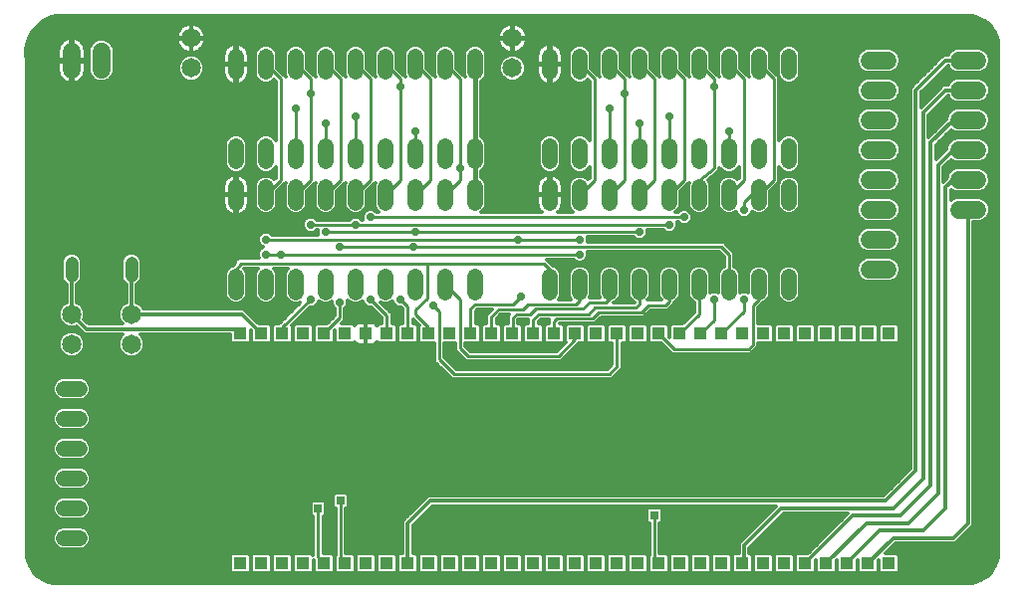
<source format=gtl>
G75*
G70*
%OFA0B0*%
%FSLAX24Y24*%
%IPPOS*%
%LPD*%
%AMOC8*
5,1,8,0,0,1.08239X$1,22.5*
%
%ADD10R,0.0436X0.0436*%
%ADD11C,0.0520*%
%ADD12C,0.0440*%
%ADD13C,0.0650*%
%ADD14C,0.0600*%
%ADD15C,0.0120*%
%ADD16C,0.0160*%
%ADD17C,0.0290*%
%ADD18C,0.0100*%
%ADD19R,0.0300X0.0300*%
%ADD20R,0.0290X0.0290*%
D10*
X007335Y000810D03*
X008035Y000810D03*
X008735Y000810D03*
X009435Y000810D03*
X010135Y000810D03*
X010835Y000810D03*
X011535Y000810D03*
X012235Y000810D03*
X012935Y000810D03*
X013635Y000810D03*
X014335Y000810D03*
X015035Y000810D03*
X015735Y000810D03*
X016435Y000810D03*
X017135Y000810D03*
X017835Y000810D03*
X018535Y000810D03*
X019235Y000810D03*
X019935Y000810D03*
X020635Y000810D03*
X021335Y000810D03*
X022035Y000810D03*
X022735Y000810D03*
X023435Y000810D03*
X024135Y000810D03*
X024835Y000810D03*
X025535Y000810D03*
X026235Y000810D03*
X026935Y000810D03*
X027635Y000810D03*
X028335Y000810D03*
X029035Y000810D03*
X029035Y008510D03*
X028335Y008510D03*
X027635Y008510D03*
X026935Y008510D03*
X026235Y008510D03*
X025535Y008510D03*
X024835Y008510D03*
X024135Y008510D03*
X023435Y008510D03*
X022735Y008510D03*
X022035Y008510D03*
X021335Y008510D03*
X020635Y008510D03*
X019935Y008510D03*
X019235Y008510D03*
X018535Y008510D03*
X017835Y008510D03*
X017135Y008510D03*
X016435Y008510D03*
X015735Y008510D03*
X015035Y008510D03*
X014335Y008510D03*
X013635Y008510D03*
X012935Y008510D03*
X012235Y008510D03*
X011535Y008510D03*
X010835Y008510D03*
X010135Y008510D03*
X009435Y008510D03*
X008735Y008510D03*
X008035Y008510D03*
X007335Y008510D03*
D11*
X007185Y009900D02*
X007185Y010420D01*
X008185Y010420D02*
X008185Y009900D01*
X009185Y009900D02*
X009185Y010420D01*
X010185Y010420D02*
X010185Y009900D01*
X011185Y009900D02*
X011185Y010420D01*
X012185Y010420D02*
X012185Y009900D01*
X013185Y009900D02*
X013185Y010420D01*
X014185Y010420D02*
X014185Y009900D01*
X015185Y009900D02*
X015185Y010420D01*
X017685Y010420D02*
X017685Y009900D01*
X018685Y009900D02*
X018685Y010420D01*
X019685Y010420D02*
X019685Y009900D01*
X020685Y009900D02*
X020685Y010420D01*
X021685Y010420D02*
X021685Y009900D01*
X022685Y009900D02*
X022685Y010420D01*
X023685Y010420D02*
X023685Y009900D01*
X024685Y009900D02*
X024685Y010420D01*
X025685Y010420D02*
X025685Y009900D01*
X025685Y012900D02*
X025685Y013420D01*
X024685Y013420D02*
X024685Y012900D01*
X023685Y012900D02*
X023685Y013420D01*
X022685Y013420D02*
X022685Y012900D01*
X021685Y012900D02*
X021685Y013420D01*
X020685Y013420D02*
X020685Y012900D01*
X019685Y012900D02*
X019685Y013420D01*
X018685Y013420D02*
X018685Y012900D01*
X017685Y012900D02*
X017685Y013420D01*
X017685Y014280D02*
X017685Y014800D01*
X018685Y014800D02*
X018685Y014280D01*
X019685Y014280D02*
X019685Y014800D01*
X020685Y014800D02*
X020685Y014280D01*
X021685Y014280D02*
X021685Y014800D01*
X022685Y014800D02*
X022685Y014280D01*
X023685Y014280D02*
X023685Y014800D01*
X024685Y014800D02*
X024685Y014280D01*
X025685Y014280D02*
X025685Y014800D01*
X025685Y017280D02*
X025685Y017800D01*
X024685Y017800D02*
X024685Y017280D01*
X023685Y017280D02*
X023685Y017800D01*
X022685Y017800D02*
X022685Y017280D01*
X021685Y017280D02*
X021685Y017800D01*
X020685Y017800D02*
X020685Y017280D01*
X019685Y017280D02*
X019685Y017800D01*
X018685Y017800D02*
X018685Y017280D01*
X017685Y017280D02*
X017685Y017800D01*
X015185Y017800D02*
X015185Y017280D01*
X014185Y017280D02*
X014185Y017800D01*
X013185Y017800D02*
X013185Y017280D01*
X012185Y017280D02*
X012185Y017800D01*
X011185Y017800D02*
X011185Y017280D01*
X010185Y017280D02*
X010185Y017800D01*
X009185Y017800D02*
X009185Y017280D01*
X008185Y017280D02*
X008185Y017800D01*
X007185Y017800D02*
X007185Y017280D01*
X007185Y014800D02*
X007185Y014280D01*
X008185Y014280D02*
X008185Y014800D01*
X009185Y014800D02*
X009185Y014280D01*
X010185Y014280D02*
X010185Y014800D01*
X011185Y014800D02*
X011185Y014280D01*
X012185Y014280D02*
X012185Y014800D01*
X013185Y014800D02*
X013185Y014280D01*
X014185Y014280D02*
X014185Y014800D01*
X015185Y014800D02*
X015185Y014280D01*
X015185Y013420D02*
X015185Y012900D01*
X014185Y012900D02*
X014185Y013420D01*
X013185Y013420D02*
X013185Y012900D01*
X012185Y012900D02*
X012185Y013420D01*
X011185Y013420D02*
X011185Y012900D01*
X010185Y012900D02*
X010185Y013420D01*
X009185Y013420D02*
X009185Y012900D01*
X008185Y012900D02*
X008185Y013420D01*
X007185Y013420D02*
X007185Y012900D01*
X001945Y006660D02*
X001425Y006660D01*
X001425Y005660D02*
X001945Y005660D01*
X001945Y004660D02*
X001425Y004660D01*
X001425Y003660D02*
X001945Y003660D01*
X001945Y002660D02*
X001425Y002660D01*
X001425Y001660D02*
X001945Y001660D01*
D12*
X001685Y010440D02*
X001685Y010880D01*
X003685Y010880D02*
X003685Y010440D01*
D13*
X003685Y009160D03*
X003685Y008160D03*
X001685Y008160D03*
X001685Y009160D03*
X005685Y017410D03*
X005685Y018410D03*
X016435Y018410D03*
X016435Y017410D03*
D14*
X028385Y017660D02*
X028985Y017660D01*
X028985Y016660D02*
X028385Y016660D01*
X028385Y015660D02*
X028985Y015660D01*
X028985Y014660D02*
X028385Y014660D01*
X028385Y013660D02*
X028985Y013660D01*
X028985Y012660D02*
X028385Y012660D01*
X028385Y011660D02*
X028985Y011660D01*
X028985Y010660D02*
X028385Y010660D01*
X031385Y012660D02*
X031985Y012660D01*
X031985Y013660D02*
X031385Y013660D01*
X031385Y014660D02*
X031985Y014660D01*
X031985Y015660D02*
X031385Y015660D01*
X031385Y016660D02*
X031985Y016660D01*
X031985Y017660D02*
X031385Y017660D01*
X002685Y017960D02*
X002685Y017360D01*
X001685Y017360D02*
X001685Y017960D01*
D15*
X000530Y000404D02*
X000644Y000319D01*
X000769Y000250D01*
X000903Y000201D01*
X001042Y000170D01*
X001185Y000160D01*
X031685Y000160D01*
X031827Y000170D01*
X031966Y000201D01*
X032100Y000250D01*
X032225Y000319D01*
X032340Y000404D01*
X032441Y000505D01*
X032526Y000619D01*
X032594Y000745D01*
X032644Y000878D01*
X032675Y001018D01*
X032685Y001160D01*
X032685Y018160D01*
X032675Y018302D01*
X032644Y018442D01*
X032594Y018575D01*
X032526Y018701D01*
X032441Y018815D01*
X032340Y018916D01*
X032225Y019001D01*
X032100Y019070D01*
X031966Y019119D01*
X031827Y019150D01*
X031685Y019160D01*
X001185Y019160D01*
X001009Y019112D01*
X000843Y019039D01*
X000688Y018943D01*
X000549Y018826D01*
X000427Y018691D01*
X000326Y018540D01*
X000248Y018375D01*
X000194Y018202D01*
X000165Y018022D01*
X000162Y017840D01*
X000185Y017660D01*
X000185Y001160D01*
X000195Y001018D01*
X000225Y000878D01*
X000275Y000745D01*
X000344Y000619D01*
X000429Y000505D01*
X000530Y000404D01*
X000574Y000371D02*
X032295Y000371D01*
X032425Y000490D02*
X029320Y000490D01*
X029303Y000472D02*
X029373Y000542D01*
X029373Y001078D01*
X029303Y001148D01*
X028927Y001148D01*
X029259Y001480D01*
X031259Y001480D01*
X031365Y001585D01*
X031865Y002085D01*
X031865Y012240D01*
X032068Y012240D01*
X032223Y012304D01*
X032341Y012422D01*
X032405Y012576D01*
X032405Y012744D01*
X032341Y012898D01*
X032223Y013016D01*
X032068Y013080D01*
X031301Y013080D01*
X031147Y013016D01*
X031115Y012984D01*
X031115Y013335D01*
X031115Y013336D01*
X031147Y013304D01*
X031301Y013240D01*
X032068Y013240D01*
X032223Y013304D01*
X032341Y013422D01*
X032405Y013576D01*
X032405Y013744D01*
X032341Y013898D01*
X032223Y014016D01*
X032068Y014080D01*
X031301Y014080D01*
X031147Y014016D01*
X031029Y013898D01*
X030965Y013744D01*
X030965Y013695D01*
X030865Y013595D01*
X030865Y014085D01*
X031115Y014336D01*
X031147Y014304D01*
X031301Y014240D01*
X032068Y014240D01*
X032223Y014304D01*
X032341Y014422D01*
X032405Y014576D01*
X032405Y014744D01*
X032341Y014898D01*
X032223Y015016D01*
X032068Y015080D01*
X031301Y015080D01*
X031147Y015016D01*
X031029Y014898D01*
X030965Y014744D01*
X030965Y014695D01*
X030615Y014345D01*
X030615Y014835D01*
X031115Y015336D01*
X031147Y015304D01*
X031301Y015240D01*
X032068Y015240D01*
X032223Y015304D01*
X032341Y015422D01*
X032405Y015576D01*
X032405Y015744D01*
X032341Y015898D01*
X032223Y016016D01*
X032068Y016080D01*
X031301Y016080D01*
X031147Y016016D01*
X031029Y015898D01*
X030965Y015744D01*
X030965Y015695D01*
X030365Y015095D01*
X030365Y015835D01*
X031006Y016477D01*
X031029Y016422D01*
X031147Y016304D01*
X031301Y016240D01*
X032068Y016240D01*
X032223Y016304D01*
X032341Y016422D01*
X032405Y016576D01*
X032405Y016744D01*
X032341Y016898D01*
X032223Y017016D01*
X032068Y017080D01*
X031301Y017080D01*
X031147Y017016D01*
X031029Y016898D01*
X031005Y016840D01*
X030860Y016840D01*
X030115Y016095D01*
X030115Y016585D01*
X031006Y017477D01*
X031029Y017422D01*
X031147Y017304D01*
X031301Y017240D01*
X032068Y017240D01*
X032223Y017304D01*
X032341Y017422D01*
X032405Y017576D01*
X032405Y017744D01*
X032341Y017898D01*
X032223Y018016D01*
X032068Y018080D01*
X031301Y018080D01*
X031147Y018016D01*
X031029Y017898D01*
X031005Y017840D01*
X030860Y017840D01*
X029860Y016840D01*
X029755Y016735D01*
X029755Y003985D01*
X028860Y003090D01*
X013610Y003090D01*
X012860Y002340D01*
X012755Y002235D01*
X012755Y001148D01*
X012667Y001148D01*
X012597Y001078D01*
X012597Y000542D01*
X012667Y000472D01*
X013203Y000472D01*
X013273Y000542D01*
X013273Y001078D01*
X013203Y001148D01*
X013115Y001148D01*
X013115Y002085D01*
X013759Y002730D01*
X025250Y002730D01*
X024110Y001590D01*
X024005Y001485D01*
X024005Y001148D01*
X023867Y001148D01*
X023797Y001078D01*
X023797Y000542D01*
X023867Y000472D01*
X024403Y000472D01*
X024473Y000542D01*
X024473Y001078D01*
X024403Y001148D01*
X024365Y001148D01*
X024365Y001335D01*
X025509Y002480D01*
X027650Y002480D01*
X026318Y001148D01*
X025967Y001148D01*
X025897Y001078D01*
X025897Y000542D01*
X025967Y000472D01*
X026503Y000472D01*
X026573Y000542D01*
X026573Y000894D01*
X026597Y000917D01*
X026597Y000542D01*
X026667Y000472D01*
X027203Y000472D01*
X027273Y000542D01*
X027273Y000894D01*
X027297Y000917D01*
X027297Y000542D01*
X027367Y000472D01*
X027903Y000472D01*
X027973Y000542D01*
X027973Y000894D01*
X027997Y000917D01*
X027997Y000542D01*
X028067Y000472D01*
X028603Y000472D01*
X028673Y000542D01*
X028673Y000894D01*
X028697Y000917D01*
X028697Y000542D01*
X028767Y000472D01*
X029303Y000472D01*
X029373Y000608D02*
X032518Y000608D01*
X032585Y000727D02*
X029373Y000727D01*
X029373Y000845D02*
X032632Y000845D01*
X032663Y000964D02*
X029373Y000964D01*
X029369Y001082D02*
X032679Y001082D01*
X032685Y001201D02*
X028980Y001201D01*
X029098Y001319D02*
X032685Y001319D01*
X032685Y001438D02*
X029217Y001438D01*
X029185Y001660D02*
X028335Y000810D01*
X028673Y000845D02*
X028697Y000845D01*
X028697Y000727D02*
X028673Y000727D01*
X028673Y000608D02*
X028697Y000608D01*
X028749Y000490D02*
X028620Y000490D01*
X028049Y000490D02*
X027920Y000490D01*
X027973Y000608D02*
X027997Y000608D01*
X027997Y000727D02*
X027973Y000727D01*
X027973Y000845D02*
X027997Y000845D01*
X027635Y000810D02*
X028735Y001910D01*
X030185Y001910D01*
X030935Y002660D01*
X030935Y013410D01*
X031185Y013660D01*
X031685Y013660D01*
X032183Y013288D02*
X032685Y013288D01*
X032685Y013406D02*
X032325Y013406D01*
X032383Y013525D02*
X032685Y013525D01*
X032685Y013643D02*
X032405Y013643D01*
X032397Y013762D02*
X032685Y013762D01*
X032685Y013880D02*
X032348Y013880D01*
X032240Y013999D02*
X032685Y013999D01*
X032685Y014117D02*
X030896Y014117D01*
X030865Y013999D02*
X031129Y013999D01*
X031021Y013880D02*
X030865Y013880D01*
X030865Y013762D02*
X030972Y013762D01*
X030913Y013643D02*
X030865Y013643D01*
X031115Y013288D02*
X031186Y013288D01*
X031115Y013169D02*
X032685Y013169D01*
X032685Y013051D02*
X032139Y013051D01*
X032307Y012932D02*
X032685Y012932D01*
X032685Y012814D02*
X032376Y012814D01*
X032405Y012695D02*
X032685Y012695D01*
X032685Y012577D02*
X032405Y012577D01*
X032356Y012458D02*
X032685Y012458D01*
X032685Y012340D02*
X032258Y012340D01*
X031865Y012221D02*
X032685Y012221D01*
X032685Y012103D02*
X031865Y012103D01*
X031865Y011984D02*
X032685Y011984D01*
X032685Y011866D02*
X031865Y011866D01*
X031865Y011747D02*
X032685Y011747D01*
X032685Y011629D02*
X031865Y011629D01*
X031865Y011510D02*
X032685Y011510D01*
X032685Y011392D02*
X031865Y011392D01*
X031865Y011273D02*
X032685Y011273D01*
X032685Y011155D02*
X031865Y011155D01*
X031865Y011036D02*
X032685Y011036D01*
X032685Y010918D02*
X031865Y010918D01*
X031865Y010799D02*
X032685Y010799D01*
X032685Y010681D02*
X031865Y010681D01*
X031865Y010562D02*
X032685Y010562D01*
X032685Y010444D02*
X031865Y010444D01*
X031865Y010325D02*
X032685Y010325D01*
X032685Y010207D02*
X031865Y010207D01*
X031865Y010088D02*
X032685Y010088D01*
X032685Y009970D02*
X031865Y009970D01*
X031865Y009851D02*
X032685Y009851D01*
X032685Y009733D02*
X031865Y009733D01*
X031865Y009614D02*
X032685Y009614D01*
X032685Y009496D02*
X031865Y009496D01*
X031865Y009377D02*
X032685Y009377D01*
X032685Y009259D02*
X031865Y009259D01*
X031865Y009140D02*
X032685Y009140D01*
X032685Y009022D02*
X031865Y009022D01*
X031865Y008903D02*
X032685Y008903D01*
X032685Y008785D02*
X031865Y008785D01*
X031865Y008666D02*
X032685Y008666D01*
X032685Y008548D02*
X031865Y008548D01*
X031865Y008429D02*
X032685Y008429D01*
X032685Y008311D02*
X031865Y008311D01*
X031865Y008192D02*
X032685Y008192D01*
X032685Y008074D02*
X031865Y008074D01*
X031865Y007955D02*
X032685Y007955D01*
X032685Y007837D02*
X031865Y007837D01*
X031865Y007718D02*
X032685Y007718D01*
X032685Y007600D02*
X031865Y007600D01*
X031865Y007481D02*
X032685Y007481D01*
X032685Y007363D02*
X031865Y007363D01*
X031865Y007244D02*
X032685Y007244D01*
X032685Y007126D02*
X031865Y007126D01*
X031865Y007007D02*
X032685Y007007D01*
X032685Y006889D02*
X031865Y006889D01*
X031865Y006770D02*
X032685Y006770D01*
X032685Y006652D02*
X031865Y006652D01*
X031865Y006533D02*
X032685Y006533D01*
X032685Y006415D02*
X031865Y006415D01*
X031865Y006296D02*
X032685Y006296D01*
X032685Y006178D02*
X031865Y006178D01*
X031865Y006059D02*
X032685Y006059D01*
X032685Y005941D02*
X031865Y005941D01*
X031865Y005822D02*
X032685Y005822D01*
X032685Y005704D02*
X031865Y005704D01*
X031865Y005585D02*
X032685Y005585D01*
X032685Y005467D02*
X031865Y005467D01*
X031865Y005348D02*
X032685Y005348D01*
X032685Y005230D02*
X031865Y005230D01*
X031865Y005111D02*
X032685Y005111D01*
X032685Y004993D02*
X031865Y004993D01*
X031865Y004874D02*
X032685Y004874D01*
X032685Y004756D02*
X031865Y004756D01*
X031865Y004637D02*
X032685Y004637D01*
X032685Y004519D02*
X031865Y004519D01*
X031865Y004400D02*
X032685Y004400D01*
X032685Y004282D02*
X031865Y004282D01*
X031865Y004163D02*
X032685Y004163D01*
X032685Y004045D02*
X031865Y004045D01*
X031865Y003926D02*
X032685Y003926D01*
X032685Y003808D02*
X031865Y003808D01*
X031865Y003689D02*
X032685Y003689D01*
X032685Y003571D02*
X031865Y003571D01*
X031865Y003452D02*
X032685Y003452D01*
X032685Y003334D02*
X031865Y003334D01*
X031865Y003215D02*
X032685Y003215D01*
X032685Y003097D02*
X031865Y003097D01*
X031865Y002978D02*
X032685Y002978D01*
X032685Y002860D02*
X031865Y002860D01*
X031865Y002741D02*
X032685Y002741D01*
X032685Y002623D02*
X031865Y002623D01*
X031865Y002504D02*
X032685Y002504D01*
X032685Y002386D02*
X031865Y002386D01*
X031865Y002267D02*
X032685Y002267D01*
X032685Y002149D02*
X031865Y002149D01*
X031809Y002030D02*
X032685Y002030D01*
X032685Y001912D02*
X031691Y001912D01*
X031572Y001793D02*
X032685Y001793D01*
X032685Y001675D02*
X031454Y001675D01*
X031335Y001556D02*
X032685Y001556D01*
X031685Y002160D02*
X031185Y001660D01*
X029185Y001660D01*
X029685Y002160D02*
X028285Y002160D01*
X026935Y000810D01*
X027273Y000845D02*
X027297Y000845D01*
X027297Y000727D02*
X027273Y000727D01*
X027273Y000608D02*
X027297Y000608D01*
X027349Y000490D02*
X027220Y000490D01*
X026649Y000490D02*
X026520Y000490D01*
X026573Y000608D02*
X026597Y000608D01*
X026597Y000727D02*
X026573Y000727D01*
X026573Y000845D02*
X026597Y000845D01*
X026235Y000810D02*
X027835Y002410D01*
X029435Y002410D01*
X030435Y003410D01*
X030435Y014910D01*
X031185Y015660D01*
X031685Y015660D01*
X032218Y015302D02*
X032685Y015302D01*
X032685Y015184D02*
X030963Y015184D01*
X031081Y015302D02*
X031151Y015302D01*
X030809Y015539D02*
X030365Y015539D01*
X030365Y015421D02*
X030691Y015421D01*
X030572Y015302D02*
X030365Y015302D01*
X030365Y015184D02*
X030454Y015184D01*
X030726Y014947D02*
X031077Y014947D01*
X031000Y014828D02*
X030615Y014828D01*
X030615Y014710D02*
X030965Y014710D01*
X030861Y014591D02*
X030615Y014591D01*
X030615Y014473D02*
X030743Y014473D01*
X030624Y014354D02*
X030615Y014354D01*
X030685Y014160D02*
X030685Y003160D01*
X029685Y002160D01*
X029185Y002660D02*
X025435Y002660D01*
X024185Y001410D01*
X024185Y000860D01*
X024135Y000810D01*
X024473Y000845D02*
X024497Y000845D01*
X024497Y000727D02*
X024473Y000727D01*
X024473Y000608D02*
X024497Y000608D01*
X024497Y000542D02*
X024567Y000472D01*
X025103Y000472D01*
X025173Y000542D01*
X025173Y001078D01*
X025103Y001148D01*
X024567Y001148D01*
X024497Y001078D01*
X024497Y000542D01*
X024549Y000490D02*
X024420Y000490D01*
X024473Y000964D02*
X024497Y000964D01*
X024501Y001082D02*
X024469Y001082D01*
X024365Y001201D02*
X026371Y001201D01*
X026489Y001319D02*
X024365Y001319D01*
X024467Y001438D02*
X026608Y001438D01*
X026726Y001556D02*
X024585Y001556D01*
X024704Y001675D02*
X026845Y001675D01*
X026963Y001793D02*
X024822Y001793D01*
X024941Y001912D02*
X027082Y001912D01*
X027200Y002030D02*
X025059Y002030D01*
X025178Y002149D02*
X027319Y002149D01*
X027437Y002267D02*
X025296Y002267D01*
X025415Y002386D02*
X027556Y002386D01*
X028935Y002910D02*
X013685Y002910D01*
X012935Y002160D01*
X012935Y000810D01*
X012597Y000845D02*
X012573Y000845D01*
X012573Y000727D02*
X012597Y000727D01*
X012597Y000608D02*
X012573Y000608D01*
X012573Y000542D02*
X012573Y001078D01*
X012503Y001148D01*
X011967Y001148D01*
X011897Y001078D01*
X011897Y000542D01*
X011967Y000472D01*
X012503Y000472D01*
X012573Y000542D01*
X012520Y000490D02*
X012649Y000490D01*
X013220Y000490D02*
X013349Y000490D01*
X013367Y000472D02*
X013903Y000472D01*
X013973Y000542D01*
X013973Y001078D01*
X013903Y001148D01*
X013367Y001148D01*
X013297Y001078D01*
X013297Y000542D01*
X013367Y000472D01*
X013297Y000608D02*
X013273Y000608D01*
X013273Y000727D02*
X013297Y000727D01*
X013297Y000845D02*
X013273Y000845D01*
X013273Y000964D02*
X013297Y000964D01*
X013301Y001082D02*
X013269Y001082D01*
X013115Y001201D02*
X021015Y001201D01*
X021015Y001096D02*
X020997Y001078D01*
X020997Y000542D01*
X021067Y000472D01*
X021603Y000472D01*
X021673Y000542D01*
X021673Y001078D01*
X021603Y001148D01*
X021355Y001148D01*
X021355Y002140D01*
X021384Y002140D01*
X021455Y002210D01*
X021455Y002610D01*
X021384Y002680D01*
X020985Y002680D01*
X020915Y002610D01*
X020915Y002210D01*
X020985Y002140D01*
X021015Y002140D01*
X021015Y001096D01*
X021001Y001082D02*
X020969Y001082D01*
X020973Y001078D02*
X020903Y001148D01*
X020367Y001148D01*
X020297Y001078D01*
X020297Y000542D01*
X020367Y000472D01*
X020903Y000472D01*
X020973Y000542D01*
X020973Y001078D01*
X020973Y000964D02*
X020997Y000964D01*
X020997Y000845D02*
X020973Y000845D01*
X020973Y000727D02*
X020997Y000727D01*
X020997Y000608D02*
X020973Y000608D01*
X020920Y000490D02*
X021049Y000490D01*
X021620Y000490D02*
X021749Y000490D01*
X021767Y000472D02*
X022303Y000472D01*
X022373Y000542D01*
X022373Y001078D01*
X022303Y001148D01*
X021767Y001148D01*
X021697Y001078D01*
X021697Y000542D01*
X021767Y000472D01*
X021697Y000608D02*
X021673Y000608D01*
X021673Y000727D02*
X021697Y000727D01*
X021697Y000845D02*
X021673Y000845D01*
X021673Y000964D02*
X021697Y000964D01*
X021701Y001082D02*
X021669Y001082D01*
X021355Y001201D02*
X024005Y001201D01*
X024005Y001319D02*
X021355Y001319D01*
X021355Y001438D02*
X024005Y001438D01*
X024076Y001556D02*
X021355Y001556D01*
X021355Y001675D02*
X024195Y001675D01*
X024313Y001793D02*
X021355Y001793D01*
X021355Y001912D02*
X024432Y001912D01*
X024550Y002030D02*
X021355Y002030D01*
X021393Y002149D02*
X024669Y002149D01*
X024787Y002267D02*
X021455Y002267D01*
X021455Y002386D02*
X024906Y002386D01*
X025024Y002504D02*
X021455Y002504D01*
X021442Y002623D02*
X025143Y002623D01*
X025267Y001148D02*
X025197Y001078D01*
X025197Y000542D01*
X025267Y000472D01*
X025803Y000472D01*
X025873Y000542D01*
X025873Y001078D01*
X025803Y001148D01*
X025267Y001148D01*
X025201Y001082D02*
X025169Y001082D01*
X025173Y000964D02*
X025197Y000964D01*
X025197Y000845D02*
X025173Y000845D01*
X025173Y000727D02*
X025197Y000727D01*
X025197Y000608D02*
X025173Y000608D01*
X025120Y000490D02*
X025249Y000490D01*
X025820Y000490D02*
X025949Y000490D01*
X025897Y000608D02*
X025873Y000608D01*
X025873Y000727D02*
X025897Y000727D01*
X025897Y000845D02*
X025873Y000845D01*
X025873Y000964D02*
X025897Y000964D01*
X025901Y001082D02*
X025869Y001082D01*
X023801Y001082D02*
X023769Y001082D01*
X023773Y001078D02*
X023703Y001148D01*
X023167Y001148D01*
X023097Y001078D01*
X023097Y000542D01*
X023167Y000472D01*
X023703Y000472D01*
X023773Y000542D01*
X023773Y001078D01*
X023773Y000964D02*
X023797Y000964D01*
X023797Y000845D02*
X023773Y000845D01*
X023773Y000727D02*
X023797Y000727D01*
X023797Y000608D02*
X023773Y000608D01*
X023720Y000490D02*
X023849Y000490D01*
X023149Y000490D02*
X023020Y000490D01*
X023003Y000472D02*
X023073Y000542D01*
X023073Y001078D01*
X023003Y001148D01*
X022467Y001148D01*
X022397Y001078D01*
X022397Y000542D01*
X022467Y000472D01*
X023003Y000472D01*
X023073Y000608D02*
X023097Y000608D01*
X023097Y000727D02*
X023073Y000727D01*
X023073Y000845D02*
X023097Y000845D01*
X023097Y000964D02*
X023073Y000964D01*
X023069Y001082D02*
X023101Y001082D01*
X022401Y001082D02*
X022369Y001082D01*
X022373Y000964D02*
X022397Y000964D01*
X022397Y000845D02*
X022373Y000845D01*
X022373Y000727D02*
X022397Y000727D01*
X022397Y000608D02*
X022373Y000608D01*
X022320Y000490D02*
X022449Y000490D01*
X021015Y001319D02*
X013115Y001319D01*
X013115Y001438D02*
X021015Y001438D01*
X021015Y001556D02*
X013115Y001556D01*
X013115Y001675D02*
X021015Y001675D01*
X021015Y001793D02*
X013115Y001793D01*
X013115Y001912D02*
X021015Y001912D01*
X021015Y002030D02*
X013115Y002030D01*
X013178Y002149D02*
X020977Y002149D01*
X020915Y002267D02*
X013296Y002267D01*
X013415Y002386D02*
X020915Y002386D01*
X020915Y002504D02*
X013533Y002504D01*
X013652Y002623D02*
X020928Y002623D01*
X020203Y001148D02*
X019667Y001148D01*
X019597Y001078D01*
X019597Y000542D01*
X019667Y000472D01*
X020203Y000472D01*
X020273Y000542D01*
X020273Y001078D01*
X020203Y001148D01*
X020269Y001082D02*
X020301Y001082D01*
X020297Y000964D02*
X020273Y000964D01*
X020273Y000845D02*
X020297Y000845D01*
X020297Y000727D02*
X020273Y000727D01*
X020273Y000608D02*
X020297Y000608D01*
X020349Y000490D02*
X020220Y000490D01*
X019649Y000490D02*
X019520Y000490D01*
X019503Y000472D02*
X019573Y000542D01*
X019573Y001078D01*
X019503Y001148D01*
X018967Y001148D01*
X018897Y001078D01*
X018897Y000542D01*
X018967Y000472D01*
X019503Y000472D01*
X019573Y000608D02*
X019597Y000608D01*
X019597Y000727D02*
X019573Y000727D01*
X019573Y000845D02*
X019597Y000845D01*
X019597Y000964D02*
X019573Y000964D01*
X019569Y001082D02*
X019601Y001082D01*
X018901Y001082D02*
X018869Y001082D01*
X018873Y001078D02*
X018803Y001148D01*
X018267Y001148D01*
X018197Y001078D01*
X018197Y000542D01*
X018267Y000472D01*
X018803Y000472D01*
X018873Y000542D01*
X018873Y001078D01*
X018873Y000964D02*
X018897Y000964D01*
X018897Y000845D02*
X018873Y000845D01*
X018873Y000727D02*
X018897Y000727D01*
X018897Y000608D02*
X018873Y000608D01*
X018820Y000490D02*
X018949Y000490D01*
X018249Y000490D02*
X018120Y000490D01*
X018103Y000472D02*
X018173Y000542D01*
X018173Y001078D01*
X018103Y001148D01*
X017567Y001148D01*
X017497Y001078D01*
X017497Y000542D01*
X017567Y000472D01*
X018103Y000472D01*
X018173Y000608D02*
X018197Y000608D01*
X018197Y000727D02*
X018173Y000727D01*
X018173Y000845D02*
X018197Y000845D01*
X018197Y000964D02*
X018173Y000964D01*
X018169Y001082D02*
X018201Y001082D01*
X017501Y001082D02*
X017469Y001082D01*
X017473Y001078D02*
X017403Y001148D01*
X016867Y001148D01*
X016797Y001078D01*
X016797Y000542D01*
X016867Y000472D01*
X017403Y000472D01*
X017473Y000542D01*
X017473Y001078D01*
X017473Y000964D02*
X017497Y000964D01*
X017497Y000845D02*
X017473Y000845D01*
X017473Y000727D02*
X017497Y000727D01*
X017497Y000608D02*
X017473Y000608D01*
X017420Y000490D02*
X017549Y000490D01*
X016849Y000490D02*
X016720Y000490D01*
X016703Y000472D02*
X016773Y000542D01*
X016773Y001078D01*
X016703Y001148D01*
X016167Y001148D01*
X016097Y001078D01*
X016097Y000542D01*
X016167Y000472D01*
X016703Y000472D01*
X016773Y000608D02*
X016797Y000608D01*
X016797Y000727D02*
X016773Y000727D01*
X016773Y000845D02*
X016797Y000845D01*
X016797Y000964D02*
X016773Y000964D01*
X016769Y001082D02*
X016801Y001082D01*
X016101Y001082D02*
X016069Y001082D01*
X016073Y001078D02*
X016003Y001148D01*
X015467Y001148D01*
X015397Y001078D01*
X015397Y000542D01*
X015467Y000472D01*
X016003Y000472D01*
X016073Y000542D01*
X016073Y001078D01*
X016073Y000964D02*
X016097Y000964D01*
X016097Y000845D02*
X016073Y000845D01*
X016073Y000727D02*
X016097Y000727D01*
X016097Y000608D02*
X016073Y000608D01*
X016020Y000490D02*
X016149Y000490D01*
X015449Y000490D02*
X015320Y000490D01*
X015303Y000472D02*
X015373Y000542D01*
X015373Y001078D01*
X015303Y001148D01*
X014767Y001148D01*
X014697Y001078D01*
X014697Y000542D01*
X014767Y000472D01*
X015303Y000472D01*
X015373Y000608D02*
X015397Y000608D01*
X015397Y000727D02*
X015373Y000727D01*
X015373Y000845D02*
X015397Y000845D01*
X015397Y000964D02*
X015373Y000964D01*
X015369Y001082D02*
X015401Y001082D01*
X014701Y001082D02*
X014669Y001082D01*
X014673Y001078D02*
X014603Y001148D01*
X014067Y001148D01*
X013997Y001078D01*
X013997Y000542D01*
X014067Y000472D01*
X014603Y000472D01*
X014673Y000542D01*
X014673Y001078D01*
X014673Y000964D02*
X014697Y000964D01*
X014697Y000845D02*
X014673Y000845D01*
X014673Y000727D02*
X014697Y000727D01*
X014697Y000608D02*
X014673Y000608D01*
X014620Y000490D02*
X014749Y000490D01*
X014049Y000490D02*
X013920Y000490D01*
X013973Y000608D02*
X013997Y000608D01*
X013997Y000727D02*
X013973Y000727D01*
X013973Y000845D02*
X013997Y000845D01*
X013997Y000964D02*
X013973Y000964D01*
X013969Y001082D02*
X014001Y001082D01*
X012755Y001201D02*
X010855Y001201D01*
X010855Y001148D02*
X010855Y002645D01*
X010879Y002645D01*
X010950Y002715D01*
X010950Y003105D01*
X010879Y003175D01*
X010490Y003175D01*
X010420Y003105D01*
X010420Y002715D01*
X010490Y002645D01*
X010515Y002645D01*
X010515Y001096D01*
X010497Y001078D01*
X010497Y000542D01*
X010567Y000472D01*
X011103Y000472D01*
X011173Y000542D01*
X011173Y001078D01*
X011103Y001148D01*
X010855Y001148D01*
X010855Y001319D02*
X012755Y001319D01*
X012755Y001438D02*
X010855Y001438D01*
X010855Y001556D02*
X012755Y001556D01*
X012755Y001675D02*
X010855Y001675D01*
X010855Y001793D02*
X012755Y001793D01*
X012755Y001912D02*
X010855Y001912D01*
X010855Y002030D02*
X012755Y002030D01*
X012755Y002149D02*
X010855Y002149D01*
X010855Y002267D02*
X012787Y002267D01*
X012906Y002386D02*
X010855Y002386D01*
X010855Y002504D02*
X013024Y002504D01*
X013143Y002623D02*
X010855Y002623D01*
X010950Y002741D02*
X013261Y002741D01*
X013380Y002860D02*
X010950Y002860D01*
X010950Y002978D02*
X013498Y002978D01*
X010950Y003097D02*
X028867Y003097D01*
X028985Y003215D02*
X000185Y003215D01*
X000185Y003097D02*
X010420Y003097D01*
X010420Y002978D02*
X002164Y002978D01*
X002160Y002982D02*
X002020Y003040D01*
X001349Y003040D01*
X001210Y002982D01*
X001103Y002875D01*
X001045Y002736D01*
X001045Y002584D01*
X001103Y002445D01*
X001210Y002338D01*
X001349Y002280D01*
X002020Y002280D01*
X002160Y002338D01*
X002267Y002445D01*
X002325Y002584D01*
X002325Y002736D01*
X002267Y002875D01*
X002160Y002982D01*
X002273Y002860D02*
X009675Y002860D01*
X009670Y002855D02*
X009670Y002465D01*
X009740Y002395D01*
X009765Y002395D01*
X009765Y001086D01*
X009703Y001148D01*
X009167Y001148D01*
X009097Y001078D01*
X009097Y000542D01*
X009167Y000472D01*
X009703Y000472D01*
X009773Y000542D01*
X009773Y000931D01*
X009797Y000908D01*
X009797Y000542D01*
X009867Y000472D01*
X010403Y000472D01*
X010473Y000542D01*
X010473Y001078D01*
X010403Y001148D01*
X010105Y001148D01*
X010105Y002395D01*
X010129Y002395D01*
X010200Y002465D01*
X010200Y002855D01*
X010129Y002925D01*
X009740Y002925D01*
X009670Y002855D01*
X009670Y002741D02*
X002323Y002741D01*
X002325Y002623D02*
X009670Y002623D01*
X009670Y002504D02*
X002291Y002504D01*
X002208Y002386D02*
X009765Y002386D01*
X009765Y002267D02*
X000185Y002267D01*
X000185Y002149D02*
X009765Y002149D01*
X009765Y002030D02*
X002044Y002030D01*
X002020Y002040D02*
X001349Y002040D01*
X001210Y001982D01*
X001103Y001875D01*
X001045Y001736D01*
X001045Y001584D01*
X001103Y001445D01*
X001210Y001338D01*
X001349Y001280D01*
X002020Y001280D01*
X002160Y001338D01*
X002267Y001445D01*
X002325Y001584D01*
X002325Y001736D01*
X002267Y001875D01*
X002160Y001982D01*
X002020Y002040D01*
X002231Y001912D02*
X009765Y001912D01*
X009765Y001793D02*
X002301Y001793D01*
X002325Y001675D02*
X009765Y001675D01*
X009765Y001556D02*
X002313Y001556D01*
X002260Y001438D02*
X009765Y001438D01*
X009765Y001319D02*
X002115Y001319D01*
X001255Y001319D02*
X000185Y001319D01*
X000185Y001201D02*
X009765Y001201D01*
X010105Y001201D02*
X010515Y001201D01*
X010515Y001319D02*
X010105Y001319D01*
X010105Y001438D02*
X010515Y001438D01*
X010515Y001556D02*
X010105Y001556D01*
X010105Y001675D02*
X010515Y001675D01*
X010515Y001793D02*
X010105Y001793D01*
X010105Y001912D02*
X010515Y001912D01*
X010515Y002030D02*
X010105Y002030D01*
X010105Y002149D02*
X010515Y002149D01*
X010515Y002267D02*
X010105Y002267D01*
X010105Y002386D02*
X010515Y002386D01*
X010515Y002504D02*
X010200Y002504D01*
X010200Y002623D02*
X010515Y002623D01*
X010420Y002741D02*
X010200Y002741D01*
X010195Y002860D02*
X010420Y002860D01*
X010469Y001082D02*
X010501Y001082D01*
X010497Y000964D02*
X010473Y000964D01*
X010473Y000845D02*
X010497Y000845D01*
X010497Y000727D02*
X010473Y000727D01*
X010473Y000608D02*
X010497Y000608D01*
X010549Y000490D02*
X010420Y000490D01*
X009849Y000490D02*
X009720Y000490D01*
X009773Y000608D02*
X009797Y000608D01*
X009797Y000727D02*
X009773Y000727D01*
X009773Y000845D02*
X009797Y000845D01*
X009097Y000845D02*
X009073Y000845D01*
X009073Y000727D02*
X009097Y000727D01*
X009097Y000608D02*
X009073Y000608D01*
X009073Y000542D02*
X009073Y001078D01*
X009003Y001148D01*
X008467Y001148D01*
X008397Y001078D01*
X008397Y000542D01*
X008467Y000472D01*
X009003Y000472D01*
X009073Y000542D01*
X009020Y000490D02*
X009149Y000490D01*
X009097Y000964D02*
X009073Y000964D01*
X009069Y001082D02*
X009101Y001082D01*
X008401Y001082D02*
X008369Y001082D01*
X008373Y001078D02*
X008303Y001148D01*
X007767Y001148D01*
X007697Y001078D01*
X007697Y000542D01*
X007767Y000472D01*
X008303Y000472D01*
X008373Y000542D01*
X008373Y001078D01*
X008373Y000964D02*
X008397Y000964D01*
X008397Y000845D02*
X008373Y000845D01*
X008373Y000727D02*
X008397Y000727D01*
X008397Y000608D02*
X008373Y000608D01*
X008320Y000490D02*
X008449Y000490D01*
X007749Y000490D02*
X007620Y000490D01*
X007603Y000472D02*
X007673Y000542D01*
X007673Y001078D01*
X007603Y001148D01*
X007067Y001148D01*
X006997Y001078D01*
X006997Y000542D01*
X007067Y000472D01*
X007603Y000472D01*
X007673Y000608D02*
X007697Y000608D01*
X007697Y000727D02*
X007673Y000727D01*
X007673Y000845D02*
X007697Y000845D01*
X007697Y000964D02*
X007673Y000964D01*
X007669Y001082D02*
X007701Y001082D01*
X007001Y001082D02*
X000190Y001082D01*
X000207Y000964D02*
X006997Y000964D01*
X006997Y000845D02*
X000238Y000845D01*
X000285Y000727D02*
X006997Y000727D01*
X006997Y000608D02*
X000352Y000608D01*
X000445Y000490D02*
X007049Y000490D01*
X011120Y000490D02*
X011249Y000490D01*
X011267Y000472D02*
X011803Y000472D01*
X011873Y000542D01*
X011873Y001078D01*
X011803Y001148D01*
X011267Y001148D01*
X011197Y001078D01*
X011197Y000542D01*
X011267Y000472D01*
X011197Y000608D02*
X011173Y000608D01*
X011173Y000727D02*
X011197Y000727D01*
X011197Y000845D02*
X011173Y000845D01*
X011173Y000964D02*
X011197Y000964D01*
X011201Y001082D02*
X011169Y001082D01*
X011869Y001082D02*
X011901Y001082D01*
X011897Y000964D02*
X011873Y000964D01*
X011873Y000845D02*
X011897Y000845D01*
X011897Y000727D02*
X011873Y000727D01*
X011873Y000608D02*
X011897Y000608D01*
X011949Y000490D02*
X011820Y000490D01*
X012573Y000964D02*
X012597Y000964D01*
X012601Y001082D02*
X012569Y001082D01*
X002325Y003584D02*
X002325Y003736D01*
X002267Y003875D01*
X002160Y003982D01*
X002020Y004040D01*
X001349Y004040D01*
X001210Y003982D01*
X001103Y003875D01*
X001045Y003736D01*
X001045Y003584D01*
X001103Y003445D01*
X001210Y003338D01*
X001349Y003280D01*
X002020Y003280D01*
X002160Y003338D01*
X002267Y003445D01*
X002325Y003584D01*
X002319Y003571D02*
X029341Y003571D01*
X029459Y003689D02*
X002325Y003689D01*
X002295Y003808D02*
X029578Y003808D01*
X029696Y003926D02*
X002216Y003926D01*
X002024Y004282D02*
X029755Y004282D01*
X029755Y004400D02*
X002222Y004400D01*
X002267Y004445D02*
X002325Y004584D01*
X002325Y004736D01*
X002267Y004875D01*
X002160Y004982D01*
X002020Y005040D01*
X001349Y005040D01*
X001210Y004982D01*
X001103Y004875D01*
X001045Y004736D01*
X001045Y004584D01*
X001103Y004445D01*
X001210Y004338D01*
X001349Y004280D01*
X002020Y004280D01*
X002160Y004338D01*
X002267Y004445D01*
X002297Y004519D02*
X029755Y004519D01*
X029755Y004637D02*
X002325Y004637D01*
X002317Y004756D02*
X029755Y004756D01*
X029755Y004874D02*
X002267Y004874D01*
X002135Y004993D02*
X029755Y004993D01*
X029755Y005111D02*
X000185Y005111D01*
X000185Y004993D02*
X001235Y004993D01*
X001102Y004874D02*
X000185Y004874D01*
X000185Y004756D02*
X001053Y004756D01*
X001045Y004637D02*
X000185Y004637D01*
X000185Y004519D02*
X001072Y004519D01*
X001147Y004400D02*
X000185Y004400D01*
X000185Y004282D02*
X001346Y004282D01*
X001153Y003926D02*
X000185Y003926D01*
X000185Y003808D02*
X001075Y003808D01*
X001045Y003689D02*
X000185Y003689D01*
X000185Y003571D02*
X001051Y003571D01*
X001100Y003452D02*
X000185Y003452D01*
X000185Y003334D02*
X001220Y003334D01*
X001205Y002978D02*
X000185Y002978D01*
X000185Y002860D02*
X001096Y002860D01*
X001047Y002741D02*
X000185Y002741D01*
X000185Y002623D02*
X001045Y002623D01*
X001078Y002504D02*
X000185Y002504D01*
X000185Y002386D02*
X001162Y002386D01*
X001325Y002030D02*
X000185Y002030D01*
X000185Y001912D02*
X001139Y001912D01*
X001069Y001793D02*
X000185Y001793D01*
X000185Y001675D02*
X001045Y001675D01*
X001057Y001556D02*
X000185Y001556D01*
X000185Y001438D02*
X001110Y001438D01*
X000765Y000253D02*
X032104Y000253D01*
X031685Y002160D02*
X031685Y012660D01*
X031230Y013051D02*
X031115Y013051D01*
X029755Y013051D02*
X029139Y013051D01*
X029068Y013080D02*
X028301Y013080D01*
X028147Y013016D01*
X028029Y012898D01*
X027965Y012744D01*
X027965Y012576D01*
X028029Y012422D01*
X028147Y012304D01*
X028301Y012240D01*
X029068Y012240D01*
X029223Y012304D01*
X029341Y012422D01*
X029405Y012576D01*
X029405Y012744D01*
X029341Y012898D01*
X029223Y013016D01*
X029068Y013080D01*
X029068Y013240D02*
X029223Y013304D01*
X029341Y013422D01*
X029405Y013576D01*
X029405Y013744D01*
X029341Y013898D01*
X029223Y014016D01*
X029068Y014080D01*
X028301Y014080D01*
X028147Y014016D01*
X028029Y013898D01*
X027965Y013744D01*
X027965Y013576D01*
X028029Y013422D01*
X028147Y013304D01*
X028301Y013240D01*
X029068Y013240D01*
X029183Y013288D02*
X029755Y013288D01*
X029755Y013406D02*
X029325Y013406D01*
X029383Y013525D02*
X029755Y013525D01*
X029755Y013643D02*
X029405Y013643D01*
X029397Y013762D02*
X029755Y013762D01*
X029755Y013880D02*
X029348Y013880D01*
X029240Y013999D02*
X029755Y013999D01*
X029755Y014117D02*
X026029Y014117D01*
X026007Y014065D02*
X026065Y014204D01*
X026065Y014876D01*
X026007Y015015D01*
X025900Y015122D01*
X025760Y015180D01*
X025609Y015180D01*
X025470Y015122D01*
X025363Y015015D01*
X025355Y014996D01*
X025355Y017084D01*
X025363Y017065D01*
X025470Y016958D01*
X025609Y016900D01*
X025760Y016900D01*
X025900Y016958D01*
X026007Y017065D01*
X026065Y017204D01*
X026065Y017876D01*
X026007Y018015D01*
X025900Y018122D01*
X025760Y018180D01*
X025609Y018180D01*
X025470Y018122D01*
X025363Y018015D01*
X025305Y017876D01*
X025305Y017204D01*
X025336Y017129D01*
X025065Y017400D01*
X025065Y017876D01*
X025007Y018015D01*
X024900Y018122D01*
X024760Y018180D01*
X024609Y018180D01*
X024470Y018122D01*
X024363Y018015D01*
X024305Y017876D01*
X024305Y017204D01*
X024336Y017129D01*
X024255Y017210D01*
X024065Y017400D01*
X024065Y017876D01*
X024007Y018015D01*
X023900Y018122D01*
X023760Y018180D01*
X023609Y018180D01*
X023470Y018122D01*
X023363Y018015D01*
X023305Y017876D01*
X023305Y017204D01*
X023336Y017129D01*
X023065Y017400D01*
X023065Y017876D01*
X023007Y018015D01*
X022900Y018122D01*
X022760Y018180D01*
X022609Y018180D01*
X022470Y018122D01*
X022363Y018015D01*
X022305Y017876D01*
X022305Y017204D01*
X022336Y017129D01*
X022255Y017210D01*
X022065Y017400D01*
X022065Y017876D01*
X022007Y018015D01*
X021900Y018122D01*
X021760Y018180D01*
X021609Y018180D01*
X021470Y018122D01*
X021363Y018015D01*
X021305Y017876D01*
X021305Y017204D01*
X021336Y017129D01*
X021065Y017400D01*
X021065Y017876D01*
X021007Y018015D01*
X020900Y018122D01*
X020760Y018180D01*
X020609Y018180D01*
X020470Y018122D01*
X020363Y018015D01*
X020305Y017876D01*
X020305Y017204D01*
X020336Y017129D01*
X020065Y017400D01*
X020065Y017876D01*
X020007Y018015D01*
X019900Y018122D01*
X019760Y018180D01*
X019609Y018180D01*
X019470Y018122D01*
X019363Y018015D01*
X019305Y017876D01*
X019305Y017204D01*
X019336Y017129D01*
X019065Y017400D01*
X019065Y017876D01*
X019007Y018015D01*
X018900Y018122D01*
X018760Y018180D01*
X018609Y018180D01*
X018470Y018122D01*
X018363Y018015D01*
X018305Y017876D01*
X018305Y017204D01*
X018363Y017065D01*
X018470Y016958D01*
X018609Y016900D01*
X018760Y016900D01*
X018900Y016958D01*
X018963Y017021D01*
X019015Y016970D01*
X019015Y014996D01*
X019007Y015015D01*
X018900Y015122D01*
X018760Y015180D01*
X018609Y015180D01*
X018470Y015122D01*
X018363Y015015D01*
X018305Y014876D01*
X018305Y014204D01*
X018363Y014065D01*
X018470Y013958D01*
X018609Y013900D01*
X018760Y013900D01*
X018900Y013958D01*
X019007Y014065D01*
X019015Y014084D01*
X019015Y013730D01*
X018963Y013679D01*
X018900Y013742D01*
X018760Y013800D01*
X018609Y013800D01*
X018470Y013742D01*
X018363Y013635D01*
X018305Y013496D01*
X018305Y012824D01*
X018363Y012685D01*
X018467Y012580D01*
X017959Y012580D01*
X018005Y012626D01*
X018044Y012680D01*
X018074Y012739D01*
X018094Y012802D01*
X018105Y012867D01*
X018105Y013140D01*
X017705Y013140D01*
X017705Y013180D01*
X018105Y013180D01*
X018105Y013453D01*
X018094Y013518D01*
X018074Y013581D01*
X018044Y013640D01*
X018005Y013694D01*
X017958Y013740D01*
X017905Y013779D01*
X017846Y013809D01*
X017783Y013830D01*
X017718Y013840D01*
X017705Y013840D01*
X017705Y013180D01*
X017665Y013180D01*
X017665Y013840D01*
X017652Y013840D01*
X017586Y013830D01*
X017524Y013809D01*
X017465Y013779D01*
X017411Y013740D01*
X017364Y013694D01*
X017326Y013640D01*
X017296Y013581D01*
X017275Y013518D01*
X017265Y013453D01*
X017265Y013180D01*
X017665Y013180D01*
X017665Y013140D01*
X017265Y013140D01*
X017265Y012867D01*
X017275Y012802D01*
X017296Y012739D01*
X017326Y012680D01*
X017364Y012626D01*
X017411Y012580D01*
X015402Y012580D01*
X015507Y012685D01*
X015565Y012824D01*
X015565Y013496D01*
X015507Y013635D01*
X015400Y013742D01*
X015385Y013748D01*
X015385Y013952D01*
X015400Y013958D01*
X015507Y014065D01*
X015565Y014204D01*
X015565Y014876D01*
X015507Y015015D01*
X015400Y015122D01*
X015385Y015128D01*
X015385Y016952D01*
X015400Y016958D01*
X015507Y017065D01*
X015565Y017204D01*
X015565Y017876D01*
X015507Y018015D01*
X015400Y018122D01*
X015260Y018180D01*
X015109Y018180D01*
X014970Y018122D01*
X014863Y018015D01*
X014805Y017876D01*
X014805Y017204D01*
X014836Y017129D01*
X014565Y017400D01*
X014565Y017876D01*
X014507Y018015D01*
X014400Y018122D01*
X014260Y018180D01*
X014109Y018180D01*
X013970Y018122D01*
X013863Y018015D01*
X013805Y017876D01*
X013805Y017204D01*
X013836Y017129D01*
X013565Y017400D01*
X013565Y017876D01*
X013507Y018015D01*
X013400Y018122D01*
X013260Y018180D01*
X013109Y018180D01*
X012970Y018122D01*
X012863Y018015D01*
X012805Y017876D01*
X012805Y017204D01*
X012836Y017129D01*
X012565Y017400D01*
X012565Y017876D01*
X012507Y018015D01*
X012400Y018122D01*
X012260Y018180D01*
X012109Y018180D01*
X011970Y018122D01*
X011863Y018015D01*
X011805Y017876D01*
X011805Y017204D01*
X011836Y017129D01*
X011565Y017400D01*
X011565Y017876D01*
X011507Y018015D01*
X011400Y018122D01*
X011260Y018180D01*
X011109Y018180D01*
X010970Y018122D01*
X010863Y018015D01*
X010805Y017876D01*
X010805Y017204D01*
X010836Y017129D01*
X010565Y017400D01*
X010565Y017876D01*
X010507Y018015D01*
X010400Y018122D01*
X010260Y018180D01*
X010109Y018180D01*
X009970Y018122D01*
X009863Y018015D01*
X009805Y017876D01*
X009805Y017204D01*
X009836Y017129D01*
X009755Y017210D01*
X009565Y017400D01*
X009565Y017876D01*
X009507Y018015D01*
X009400Y018122D01*
X009260Y018180D01*
X009109Y018180D01*
X008970Y018122D01*
X008863Y018015D01*
X008805Y017876D01*
X008805Y017204D01*
X008836Y017129D01*
X008565Y017400D01*
X008565Y017876D01*
X008507Y018015D01*
X008400Y018122D01*
X008260Y018180D01*
X008109Y018180D01*
X007970Y018122D01*
X007863Y018015D01*
X007805Y017876D01*
X007805Y017204D01*
X007863Y017065D01*
X007970Y016958D01*
X008109Y016900D01*
X008260Y016900D01*
X008400Y016958D01*
X008463Y017021D01*
X008515Y016970D01*
X008515Y014996D01*
X008507Y015015D01*
X008400Y015122D01*
X008260Y015180D01*
X008109Y015180D01*
X007970Y015122D01*
X007863Y015015D01*
X007805Y014876D01*
X007805Y014204D01*
X007863Y014065D01*
X007970Y013958D01*
X008109Y013900D01*
X008260Y013900D01*
X008400Y013958D01*
X008507Y014065D01*
X008515Y014084D01*
X008515Y013730D01*
X008463Y013679D01*
X008400Y013742D01*
X008260Y013800D01*
X008109Y013800D01*
X007970Y013742D01*
X007863Y013635D01*
X007805Y013496D01*
X007805Y012824D01*
X007863Y012685D01*
X007970Y012578D01*
X008109Y012520D01*
X008260Y012520D01*
X008400Y012578D01*
X008507Y012685D01*
X008565Y012824D01*
X008565Y013300D01*
X008836Y013571D01*
X008805Y013496D01*
X008805Y012824D01*
X008863Y012685D01*
X008970Y012578D01*
X009109Y012520D01*
X009260Y012520D01*
X009400Y012578D01*
X009507Y012685D01*
X009565Y012824D01*
X009565Y013300D01*
X009755Y013490D01*
X009836Y013571D01*
X009805Y013496D01*
X009805Y012824D01*
X009863Y012685D01*
X009970Y012578D01*
X010109Y012520D01*
X010260Y012520D01*
X010400Y012578D01*
X010507Y012685D01*
X010565Y012824D01*
X010565Y013300D01*
X010836Y013571D01*
X010805Y013496D01*
X010805Y012824D01*
X010863Y012685D01*
X010970Y012578D01*
X011109Y012520D01*
X011260Y012520D01*
X011400Y012578D01*
X011507Y012685D01*
X011565Y012824D01*
X011565Y013300D01*
X011836Y013571D01*
X011805Y013496D01*
X011805Y012824D01*
X011863Y012685D01*
X011967Y012580D01*
X011890Y012580D01*
X011835Y012635D01*
X011737Y012675D01*
X011632Y012675D01*
X011535Y012635D01*
X011460Y012560D01*
X011420Y012463D01*
X011420Y012357D01*
X011431Y012330D01*
X011390Y012330D01*
X011335Y012385D01*
X011237Y012425D01*
X011132Y012425D01*
X011035Y012385D01*
X010980Y012330D01*
X009890Y012330D01*
X009835Y012385D01*
X009737Y012425D01*
X009632Y012425D01*
X009535Y012385D01*
X009460Y012310D01*
X009420Y012213D01*
X009420Y012107D01*
X009460Y012010D01*
X009535Y011935D01*
X009632Y011895D01*
X009737Y011895D01*
X009835Y011935D01*
X009890Y011990D01*
X009931Y011990D01*
X009920Y011963D01*
X009920Y011857D01*
X009931Y011830D01*
X008390Y011830D01*
X008335Y011885D01*
X008237Y011925D01*
X008132Y011925D01*
X008035Y011885D01*
X007960Y011810D01*
X007920Y011713D01*
X007920Y011607D01*
X007960Y011510D01*
X000185Y011510D01*
X000185Y011392D02*
X008051Y011392D01*
X008035Y011385D02*
X007960Y011310D01*
X007920Y011213D01*
X007920Y011107D01*
X007948Y011040D01*
X007264Y011040D01*
X007165Y010940D01*
X007165Y010880D01*
X007114Y010830D01*
X007067Y010782D01*
X006970Y010742D01*
X006863Y010635D01*
X006805Y010496D01*
X006805Y009824D01*
X006863Y009685D01*
X006970Y009578D01*
X007109Y009520D01*
X007260Y009520D01*
X007400Y009578D01*
X007507Y009685D01*
X007565Y009824D01*
X007565Y010496D01*
X007507Y010635D01*
X007454Y010688D01*
X007465Y010700D01*
X007927Y010700D01*
X007863Y010635D01*
X007805Y010496D01*
X007805Y009824D01*
X007863Y009685D01*
X007970Y009578D01*
X008109Y009520D01*
X008260Y009520D01*
X008400Y009578D01*
X008507Y009685D01*
X008565Y009824D01*
X008565Y010496D01*
X008507Y010635D01*
X008442Y010700D01*
X008927Y010700D01*
X008863Y010635D01*
X008805Y010496D01*
X008805Y009824D01*
X008863Y009685D01*
X008970Y009578D01*
X009109Y009520D01*
X009260Y009520D01*
X009335Y009551D01*
X008664Y008880D01*
X008632Y008848D01*
X008467Y008848D01*
X008397Y008778D01*
X008397Y008242D01*
X008467Y008172D01*
X009003Y008172D01*
X009073Y008242D01*
X009073Y008778D01*
X009058Y008793D01*
X009660Y009395D01*
X009737Y009395D01*
X009835Y009435D01*
X009909Y009510D01*
X009947Y009600D01*
X009970Y009578D01*
X010109Y009520D01*
X010260Y009520D01*
X010400Y009578D01*
X010400Y009497D01*
X010440Y009400D01*
X010495Y009345D01*
X010495Y009110D01*
X010232Y008848D01*
X009867Y008848D01*
X009797Y008778D01*
X009797Y008242D01*
X009867Y008172D01*
X010403Y008172D01*
X010473Y008242D01*
X010473Y008608D01*
X010497Y008631D01*
X010497Y008242D01*
X010567Y008172D01*
X011103Y008172D01*
X011166Y008235D01*
X011168Y008230D01*
X011189Y008194D01*
X011218Y008164D01*
X011255Y008143D01*
X011296Y008132D01*
X011535Y008132D01*
X011774Y008132D01*
X011815Y008143D01*
X011851Y008164D01*
X011881Y008194D01*
X011902Y008230D01*
X011903Y008235D01*
X011967Y008172D01*
X012503Y008172D01*
X012573Y008242D01*
X012573Y008778D01*
X012503Y008848D01*
X012405Y008848D01*
X012405Y009180D01*
X012305Y009280D01*
X012034Y009551D01*
X012109Y009520D01*
X012260Y009520D01*
X012400Y009578D01*
X012423Y009600D01*
X012460Y009510D01*
X012535Y009435D01*
X012632Y009395D01*
X012709Y009395D01*
X012765Y009340D01*
X012765Y008848D01*
X012667Y008848D01*
X012597Y008778D01*
X012597Y008242D01*
X012667Y008172D01*
X013203Y008172D01*
X013273Y008242D01*
X013273Y008778D01*
X013203Y008848D01*
X013105Y008848D01*
X013105Y009000D01*
X013114Y008990D01*
X013114Y008990D01*
X013312Y008793D01*
X013297Y008778D01*
X013297Y008242D01*
X013367Y008172D01*
X013825Y008172D01*
X013825Y007570D01*
X013924Y007470D01*
X014404Y006990D01*
X019755Y006990D01*
X019855Y007090D01*
X020105Y007340D01*
X020105Y008172D01*
X020203Y008172D01*
X020273Y008242D01*
X020273Y008778D01*
X020203Y008848D01*
X019667Y008848D01*
X019597Y008778D01*
X019597Y008242D01*
X019667Y008172D01*
X019765Y008172D01*
X019765Y007480D01*
X019614Y007330D01*
X014545Y007330D01*
X014165Y007710D01*
X014165Y008172D01*
X014515Y008172D01*
X014515Y007960D01*
X014785Y007690D01*
X014884Y007590D01*
X018055Y007590D01*
X018605Y008140D01*
X018637Y008172D01*
X018803Y008172D01*
X018873Y008242D01*
X018873Y008778D01*
X018803Y008848D01*
X018267Y008848D01*
X018197Y008778D01*
X018197Y008242D01*
X018212Y008227D01*
X017914Y007930D01*
X015025Y007930D01*
X014855Y008100D01*
X014855Y008172D01*
X015303Y008172D01*
X015373Y008242D01*
X015373Y008778D01*
X015303Y008848D01*
X015205Y008848D01*
X015205Y009270D01*
X015265Y009330D01*
X015744Y009330D01*
X015565Y009150D01*
X015565Y008848D01*
X015467Y008848D01*
X015397Y008778D01*
X015397Y008242D01*
X015467Y008172D01*
X016003Y008172D01*
X016073Y008242D01*
X016073Y008778D01*
X016003Y008848D01*
X015905Y008848D01*
X015905Y009010D01*
X016045Y009150D01*
X016319Y009150D01*
X016285Y009115D01*
X016285Y008848D01*
X016167Y008848D01*
X016097Y008778D01*
X016097Y008242D01*
X016167Y008172D01*
X016703Y008172D01*
X016773Y008242D01*
X016773Y008778D01*
X016703Y008848D01*
X016625Y008848D01*
X016625Y008975D01*
X016650Y009000D01*
X016965Y009000D01*
X016965Y008848D01*
X016867Y008848D01*
X016797Y008778D01*
X016797Y008242D01*
X016867Y008172D01*
X017403Y008172D01*
X017473Y008242D01*
X017473Y008778D01*
X017403Y008848D01*
X017305Y008848D01*
X017305Y008910D01*
X017395Y009000D01*
X017665Y009000D01*
X017665Y008848D01*
X017567Y008848D01*
X017497Y008778D01*
X017497Y008242D01*
X017567Y008172D01*
X018103Y008172D01*
X018173Y008242D01*
X018173Y008778D01*
X018103Y008848D01*
X018005Y008848D01*
X018005Y008850D01*
X019195Y008850D01*
X019405Y009060D01*
X020815Y009060D01*
X021055Y009300D01*
X021630Y009300D01*
X021855Y009525D01*
X021855Y009559D01*
X021900Y009578D01*
X022007Y009685D01*
X022065Y009824D01*
X022065Y010496D01*
X022007Y010635D01*
X021900Y010742D01*
X021760Y010800D01*
X021609Y010800D01*
X021470Y010742D01*
X021363Y010635D01*
X021305Y010496D01*
X021305Y009824D01*
X021363Y009685D01*
X021407Y009640D01*
X020962Y009640D01*
X021007Y009685D01*
X021065Y009824D01*
X021065Y010496D01*
X021007Y010635D01*
X020900Y010742D01*
X020760Y010800D01*
X020609Y010800D01*
X020470Y010742D01*
X020363Y010635D01*
X020305Y010496D01*
X020305Y009824D01*
X020363Y009685D01*
X020470Y009578D01*
X020503Y009564D01*
X020489Y009550D01*
X019833Y009550D01*
X019900Y009578D01*
X020007Y009685D01*
X020065Y009824D01*
X020065Y010496D01*
X020007Y010635D01*
X019900Y010742D01*
X019760Y010800D01*
X019609Y010800D01*
X019470Y010742D01*
X019363Y010635D01*
X019305Y010496D01*
X019305Y009824D01*
X019344Y009730D01*
X019026Y009730D01*
X019065Y009824D01*
X019065Y010496D01*
X019007Y010635D01*
X018900Y010742D01*
X018760Y010800D01*
X018609Y010800D01*
X018470Y010742D01*
X018363Y010635D01*
X018305Y010496D01*
X018305Y009824D01*
X018363Y009685D01*
X018377Y009670D01*
X017992Y009670D01*
X018007Y009685D01*
X018065Y009824D01*
X018065Y010496D01*
X018007Y010635D01*
X017900Y010742D01*
X017803Y010782D01*
X017785Y010800D01*
X017595Y010990D01*
X018480Y010990D01*
X018535Y010935D01*
X018632Y010895D01*
X018737Y010895D01*
X018835Y010935D01*
X018909Y011010D01*
X018950Y011107D01*
X018950Y011213D01*
X018938Y011240D01*
X023364Y011240D01*
X023515Y011090D01*
X023515Y010761D01*
X023470Y010742D01*
X023363Y010635D01*
X023305Y010496D01*
X023305Y009897D01*
X023237Y009925D01*
X023132Y009925D01*
X023065Y009897D01*
X023065Y010496D01*
X023007Y010635D01*
X022900Y010742D01*
X022760Y010800D01*
X022609Y010800D01*
X022470Y010742D01*
X022363Y010635D01*
X022305Y010496D01*
X022305Y009824D01*
X022363Y009685D01*
X022470Y009578D01*
X022515Y009559D01*
X022515Y009230D01*
X022132Y008848D01*
X021767Y008848D01*
X021697Y008778D01*
X021697Y008389D01*
X021673Y008412D01*
X021673Y008778D01*
X021603Y008848D01*
X021067Y008848D01*
X020997Y008778D01*
X020997Y008242D01*
X021067Y008172D01*
X021432Y008172D01*
X021675Y007930D01*
X021774Y007830D01*
X024415Y007830D01*
X024565Y007980D01*
X024665Y008080D01*
X024665Y008172D01*
X025103Y008172D01*
X025173Y008242D01*
X025173Y008778D01*
X025103Y008848D01*
X024665Y008848D01*
X024665Y009390D01*
X024755Y009480D01*
X024820Y009545D01*
X024900Y009578D01*
X025007Y009685D01*
X025065Y009824D01*
X025065Y010496D01*
X025007Y010635D01*
X024900Y010742D01*
X024760Y010800D01*
X024609Y010800D01*
X024470Y010742D01*
X024363Y010635D01*
X024305Y010496D01*
X024305Y009897D01*
X024237Y009925D01*
X024132Y009925D01*
X024065Y009897D01*
X024065Y010496D01*
X024007Y010635D01*
X023900Y010742D01*
X023855Y010761D01*
X023855Y011230D01*
X023755Y011330D01*
X023505Y011580D01*
X018938Y011580D01*
X018950Y011607D01*
X018950Y011713D01*
X018938Y011740D01*
X020480Y011740D01*
X020535Y011685D01*
X020632Y011645D01*
X020737Y011645D01*
X020835Y011685D01*
X020909Y011760D01*
X020950Y011857D01*
X020950Y011963D01*
X020938Y011990D01*
X021480Y011990D01*
X021535Y011935D01*
X021632Y011895D01*
X021737Y011895D01*
X021835Y011935D01*
X021909Y012010D01*
X021950Y012107D01*
X021950Y012213D01*
X021938Y012240D01*
X021980Y012240D01*
X022035Y012185D01*
X022132Y012145D01*
X022237Y012145D01*
X022335Y012185D01*
X022409Y012260D01*
X022450Y012357D01*
X022450Y012463D01*
X022409Y012560D01*
X022335Y012635D01*
X022237Y012675D01*
X022132Y012675D01*
X022035Y012635D01*
X021980Y012580D01*
X021902Y012580D01*
X022007Y012685D01*
X022065Y012824D01*
X022065Y013300D01*
X022336Y013571D01*
X022305Y013496D01*
X022305Y012824D01*
X022363Y012685D01*
X022470Y012578D01*
X022609Y012520D01*
X022760Y012520D01*
X022900Y012578D01*
X023007Y012685D01*
X023065Y012824D01*
X023065Y013496D01*
X023007Y013635D01*
X022975Y013667D01*
X023242Y013870D01*
X023255Y013870D01*
X023297Y013912D01*
X023344Y013947D01*
X023345Y013960D01*
X023355Y013970D01*
X023355Y014028D01*
X023360Y014070D01*
X023363Y014065D01*
X023470Y013958D01*
X023609Y013900D01*
X023760Y013900D01*
X023900Y013958D01*
X024007Y014065D01*
X024015Y014084D01*
X024015Y013730D01*
X023963Y013679D01*
X023900Y013742D01*
X023760Y013800D01*
X023609Y013800D01*
X023470Y013742D01*
X023363Y013635D01*
X023305Y013496D01*
X023305Y012824D01*
X023363Y012685D01*
X023470Y012578D01*
X023609Y012520D01*
X023760Y012520D01*
X023900Y012578D01*
X023923Y012600D01*
X023960Y012510D01*
X024035Y012435D01*
X024132Y012395D01*
X024237Y012395D01*
X024335Y012435D01*
X024409Y012510D01*
X024447Y012600D01*
X024470Y012578D01*
X024609Y012520D01*
X024760Y012520D01*
X024900Y012578D01*
X025007Y012685D01*
X025065Y012824D01*
X025065Y013300D01*
X025255Y013490D01*
X025336Y013571D01*
X025305Y013496D01*
X025305Y012824D01*
X025363Y012685D01*
X025470Y012578D01*
X025609Y012520D01*
X025760Y012520D01*
X025900Y012578D01*
X026007Y012685D01*
X026065Y012824D01*
X026065Y013496D01*
X026007Y013635D01*
X025900Y013742D01*
X025760Y013800D01*
X025609Y013800D01*
X025470Y013742D01*
X025363Y013635D01*
X025355Y013616D01*
X025355Y014084D01*
X025363Y014065D01*
X025470Y013958D01*
X025609Y013900D01*
X025760Y013900D01*
X025900Y013958D01*
X026007Y014065D01*
X025941Y013999D02*
X028129Y013999D01*
X028021Y013880D02*
X025355Y013880D01*
X025355Y013762D02*
X025516Y013762D01*
X025370Y013643D02*
X025355Y013643D01*
X025317Y013525D02*
X025290Y013525D01*
X025305Y013406D02*
X025171Y013406D01*
X025065Y013288D02*
X025305Y013288D01*
X025305Y013169D02*
X025065Y013169D01*
X025065Y013051D02*
X025305Y013051D01*
X025305Y012932D02*
X025065Y012932D01*
X025060Y012814D02*
X025309Y012814D01*
X025358Y012695D02*
X025011Y012695D01*
X024897Y012577D02*
X025473Y012577D01*
X025897Y012577D02*
X027965Y012577D01*
X027965Y012695D02*
X026011Y012695D01*
X026060Y012814D02*
X027994Y012814D01*
X028063Y012932D02*
X026065Y012932D01*
X026065Y013051D02*
X028230Y013051D01*
X028186Y013288D02*
X026065Y013288D01*
X026065Y013406D02*
X028045Y013406D01*
X027986Y013525D02*
X026053Y013525D01*
X025999Y013643D02*
X027965Y013643D01*
X027972Y013762D02*
X025853Y013762D01*
X025429Y013999D02*
X025355Y013999D01*
X026065Y014236D02*
X029755Y014236D01*
X029755Y014354D02*
X029273Y014354D01*
X029223Y014304D02*
X029341Y014422D01*
X029405Y014576D01*
X029405Y014744D01*
X029341Y014898D01*
X029223Y015016D01*
X029068Y015080D01*
X028301Y015080D01*
X028147Y015016D01*
X028029Y014898D01*
X027965Y014744D01*
X027965Y014576D01*
X028029Y014422D01*
X028147Y014304D01*
X028301Y014240D01*
X029068Y014240D01*
X029223Y014304D01*
X029362Y014473D02*
X029755Y014473D01*
X029755Y014591D02*
X029405Y014591D01*
X029405Y014710D02*
X029755Y014710D01*
X029755Y014828D02*
X029370Y014828D01*
X029292Y014947D02*
X029755Y014947D01*
X029755Y015065D02*
X029104Y015065D01*
X029068Y015240D02*
X029223Y015304D01*
X029341Y015422D01*
X029405Y015576D01*
X029405Y015744D01*
X029341Y015898D01*
X029223Y016016D01*
X029068Y016080D01*
X028301Y016080D01*
X028147Y016016D01*
X028029Y015898D01*
X027965Y015744D01*
X027965Y015576D01*
X028029Y015422D01*
X028147Y015304D01*
X028301Y015240D01*
X029068Y015240D01*
X029218Y015302D02*
X029755Y015302D01*
X029755Y015184D02*
X025355Y015184D01*
X025355Y015302D02*
X028151Y015302D01*
X028030Y015421D02*
X025355Y015421D01*
X025355Y015539D02*
X027980Y015539D01*
X027965Y015658D02*
X025355Y015658D01*
X025355Y015776D02*
X027978Y015776D01*
X028027Y015895D02*
X025355Y015895D01*
X025355Y016013D02*
X028144Y016013D01*
X028301Y016240D02*
X028147Y016304D01*
X028029Y016422D01*
X027965Y016576D01*
X027965Y016744D01*
X028029Y016898D01*
X028147Y017016D01*
X028301Y017080D01*
X029068Y017080D01*
X029223Y017016D01*
X029341Y016898D01*
X029405Y016744D01*
X029405Y016576D01*
X029341Y016422D01*
X029223Y016304D01*
X029068Y016240D01*
X028301Y016240D01*
X028277Y016250D02*
X025355Y016250D01*
X025355Y016132D02*
X029755Y016132D01*
X029755Y016250D02*
X029093Y016250D01*
X029287Y016369D02*
X029755Y016369D01*
X029755Y016487D02*
X029368Y016487D01*
X029405Y016606D02*
X029755Y016606D01*
X029755Y016724D02*
X029405Y016724D01*
X029364Y016843D02*
X029863Y016843D01*
X029981Y016961D02*
X029278Y016961D01*
X029069Y017080D02*
X030100Y017080D01*
X030218Y017198D02*
X026062Y017198D01*
X026065Y017317D02*
X028134Y017317D01*
X028147Y017304D02*
X028301Y017240D01*
X029068Y017240D01*
X029223Y017304D01*
X029341Y017422D01*
X029405Y017576D01*
X029405Y017744D01*
X029341Y017898D01*
X029223Y018016D01*
X029068Y018080D01*
X028301Y018080D01*
X028147Y018016D01*
X028029Y017898D01*
X027965Y017744D01*
X027965Y017576D01*
X028029Y017422D01*
X028147Y017304D01*
X028023Y017435D02*
X026065Y017435D01*
X026065Y017554D02*
X027974Y017554D01*
X027965Y017672D02*
X026065Y017672D01*
X026065Y017791D02*
X027984Y017791D01*
X028040Y017909D02*
X026051Y017909D01*
X025995Y018028D02*
X028175Y018028D01*
X029195Y018028D02*
X031175Y018028D01*
X031040Y017909D02*
X029330Y017909D01*
X029385Y017791D02*
X030811Y017791D01*
X030692Y017672D02*
X029405Y017672D01*
X029395Y017554D02*
X030574Y017554D01*
X030455Y017435D02*
X029346Y017435D01*
X029235Y017317D02*
X030337Y017317D01*
X030609Y017080D02*
X031300Y017080D01*
X031092Y016961D02*
X030490Y016961D01*
X030372Y016843D02*
X031006Y016843D01*
X030935Y016660D02*
X030185Y015910D01*
X030185Y003660D01*
X029185Y002660D01*
X028935Y002910D02*
X029935Y003910D01*
X029935Y016660D01*
X030935Y017660D01*
X031685Y017660D01*
X032195Y018028D02*
X032685Y018028D01*
X032685Y018146D02*
X025842Y018146D01*
X025527Y018146D02*
X024842Y018146D01*
X024995Y018028D02*
X025375Y018028D01*
X025319Y017909D02*
X025051Y017909D01*
X025065Y017791D02*
X025305Y017791D01*
X025305Y017672D02*
X025065Y017672D01*
X025065Y017554D02*
X025305Y017554D01*
X025305Y017435D02*
X025065Y017435D01*
X025149Y017317D02*
X025305Y017317D01*
X025307Y017198D02*
X025267Y017198D01*
X025355Y017080D02*
X025356Y017080D01*
X025355Y016961D02*
X025466Y016961D01*
X025355Y016843D02*
X028006Y016843D01*
X027965Y016724D02*
X025355Y016724D01*
X025355Y016606D02*
X027965Y016606D01*
X028002Y016487D02*
X025355Y016487D01*
X025355Y016369D02*
X028082Y016369D01*
X028092Y016961D02*
X025903Y016961D01*
X026013Y017080D02*
X028300Y017080D01*
X030135Y016606D02*
X030626Y016606D01*
X030744Y016724D02*
X030253Y016724D01*
X030115Y016487D02*
X030507Y016487D01*
X030389Y016369D02*
X030115Y016369D01*
X030115Y016250D02*
X030270Y016250D01*
X030152Y016132D02*
X030115Y016132D01*
X029755Y016013D02*
X029226Y016013D01*
X029342Y015895D02*
X029755Y015895D01*
X029755Y015776D02*
X029391Y015776D01*
X029405Y015658D02*
X029755Y015658D01*
X029755Y015539D02*
X029389Y015539D01*
X029339Y015421D02*
X029755Y015421D01*
X030365Y015658D02*
X030928Y015658D01*
X030978Y015776D02*
X030365Y015776D01*
X030424Y015895D02*
X031027Y015895D01*
X031144Y016013D02*
X030542Y016013D01*
X030661Y016132D02*
X032685Y016132D01*
X032685Y016250D02*
X032093Y016250D01*
X032287Y016369D02*
X032685Y016369D01*
X032685Y016487D02*
X032368Y016487D01*
X032405Y016606D02*
X032685Y016606D01*
X032685Y016724D02*
X032405Y016724D01*
X032364Y016843D02*
X032685Y016843D01*
X032685Y016961D02*
X032278Y016961D01*
X032069Y017080D02*
X032685Y017080D01*
X032685Y017198D02*
X030727Y017198D01*
X030846Y017317D02*
X031134Y017317D01*
X031023Y017435D02*
X030964Y017435D01*
X030935Y016660D02*
X031685Y016660D01*
X031277Y016250D02*
X030779Y016250D01*
X030898Y016369D02*
X031082Y016369D01*
X032226Y016013D02*
X032685Y016013D01*
X032685Y015895D02*
X032342Y015895D01*
X032391Y015776D02*
X032685Y015776D01*
X032685Y015658D02*
X032405Y015658D01*
X032389Y015539D02*
X032685Y015539D01*
X032685Y015421D02*
X032339Y015421D01*
X032104Y015065D02*
X032685Y015065D01*
X032685Y014947D02*
X032292Y014947D01*
X032370Y014828D02*
X032685Y014828D01*
X032685Y014710D02*
X032405Y014710D01*
X032405Y014591D02*
X032685Y014591D01*
X032685Y014473D02*
X032362Y014473D01*
X032273Y014354D02*
X032685Y014354D01*
X032685Y014236D02*
X031015Y014236D01*
X030685Y014160D02*
X031185Y014660D01*
X031685Y014660D01*
X031265Y015065D02*
X030844Y015065D01*
X028265Y015065D02*
X025957Y015065D01*
X026035Y014947D02*
X028077Y014947D01*
X028000Y014828D02*
X026065Y014828D01*
X026065Y014710D02*
X027965Y014710D01*
X027965Y014591D02*
X026065Y014591D01*
X026065Y014473D02*
X028008Y014473D01*
X028097Y014354D02*
X026065Y014354D01*
X025412Y015065D02*
X025355Y015065D01*
X024015Y013999D02*
X023941Y013999D01*
X024015Y013880D02*
X023265Y013880D01*
X023355Y013999D02*
X023429Y013999D01*
X023516Y013762D02*
X023099Y013762D01*
X022999Y013643D02*
X023370Y013643D01*
X023317Y013525D02*
X023053Y013525D01*
X023065Y013406D02*
X023305Y013406D01*
X023305Y013288D02*
X023065Y013288D01*
X023065Y013169D02*
X023305Y013169D01*
X023305Y013051D02*
X023065Y013051D01*
X023065Y012932D02*
X023305Y012932D01*
X023309Y012814D02*
X023060Y012814D01*
X023011Y012695D02*
X023358Y012695D01*
X023473Y012577D02*
X022897Y012577D01*
X022473Y012577D02*
X022393Y012577D01*
X022358Y012695D02*
X022011Y012695D01*
X022060Y012814D02*
X022309Y012814D01*
X022305Y012932D02*
X022065Y012932D01*
X022065Y013051D02*
X022305Y013051D01*
X022305Y013169D02*
X022065Y013169D01*
X022065Y013288D02*
X022305Y013288D01*
X022305Y013406D02*
X022171Y013406D01*
X022290Y013525D02*
X022317Y013525D01*
X023853Y013762D02*
X024015Y013762D01*
X023932Y012577D02*
X023897Y012577D01*
X024012Y012458D02*
X022450Y012458D01*
X022442Y012340D02*
X028111Y012340D01*
X028014Y012458D02*
X024358Y012458D01*
X024437Y012577D02*
X024473Y012577D01*
X026065Y013169D02*
X029755Y013169D01*
X029755Y012932D02*
X029307Y012932D01*
X029376Y012814D02*
X029755Y012814D01*
X029755Y012695D02*
X029405Y012695D01*
X029405Y012577D02*
X029755Y012577D01*
X029755Y012458D02*
X029356Y012458D01*
X029258Y012340D02*
X029755Y012340D01*
X029755Y012221D02*
X022371Y012221D01*
X021999Y012221D02*
X021946Y012221D01*
X021948Y012103D02*
X029755Y012103D01*
X029755Y011984D02*
X029255Y011984D01*
X029223Y012016D02*
X029341Y011898D01*
X029405Y011744D01*
X029405Y011576D01*
X029341Y011422D01*
X029223Y011304D01*
X029068Y011240D01*
X028301Y011240D01*
X028147Y011304D01*
X028029Y011422D01*
X027965Y011576D01*
X027965Y011744D01*
X028029Y011898D01*
X028147Y012016D01*
X028301Y012080D01*
X029068Y012080D01*
X029223Y012016D01*
X029354Y011866D02*
X029755Y011866D01*
X029755Y011747D02*
X029403Y011747D01*
X029405Y011629D02*
X029755Y011629D01*
X029755Y011510D02*
X029377Y011510D01*
X029310Y011392D02*
X029755Y011392D01*
X029755Y011273D02*
X029148Y011273D01*
X029068Y011080D02*
X028301Y011080D01*
X028147Y011016D01*
X028029Y010898D01*
X027965Y010744D01*
X027965Y010576D01*
X028029Y010422D01*
X028147Y010304D01*
X028301Y010240D01*
X029068Y010240D01*
X029223Y010304D01*
X029341Y010422D01*
X029405Y010576D01*
X029405Y010744D01*
X029341Y010898D01*
X029223Y011016D01*
X029068Y011080D01*
X029174Y011036D02*
X029755Y011036D01*
X029755Y010918D02*
X029321Y010918D01*
X029382Y010799D02*
X029755Y010799D01*
X029755Y010681D02*
X029405Y010681D01*
X029399Y010562D02*
X029755Y010562D01*
X029755Y010444D02*
X029350Y010444D01*
X029244Y010325D02*
X029755Y010325D01*
X029755Y010207D02*
X026065Y010207D01*
X026065Y010325D02*
X028126Y010325D01*
X028020Y010444D02*
X026065Y010444D01*
X026065Y010496D02*
X026007Y010635D01*
X025900Y010742D01*
X025760Y010800D01*
X025609Y010800D01*
X025470Y010742D01*
X025363Y010635D01*
X025305Y010496D01*
X025305Y009824D01*
X025363Y009685D01*
X025470Y009578D01*
X025609Y009520D01*
X025760Y009520D01*
X025900Y009578D01*
X026007Y009685D01*
X026065Y009824D01*
X026065Y010496D01*
X026037Y010562D02*
X027971Y010562D01*
X027965Y010681D02*
X025962Y010681D01*
X025763Y010799D02*
X027988Y010799D01*
X028048Y010918D02*
X023855Y010918D01*
X023855Y011036D02*
X028195Y011036D01*
X028221Y011273D02*
X023812Y011273D01*
X023855Y011155D02*
X029755Y011155D01*
X029755Y010088D02*
X026065Y010088D01*
X026065Y009970D02*
X029755Y009970D01*
X029755Y009851D02*
X026065Y009851D01*
X026027Y009733D02*
X029755Y009733D01*
X029755Y009614D02*
X025936Y009614D01*
X025433Y009614D02*
X024936Y009614D01*
X025027Y009733D02*
X025343Y009733D01*
X025305Y009851D02*
X025065Y009851D01*
X025065Y009970D02*
X025305Y009970D01*
X025305Y010088D02*
X025065Y010088D01*
X025065Y010207D02*
X025305Y010207D01*
X025305Y010325D02*
X025065Y010325D01*
X025065Y010444D02*
X025305Y010444D01*
X025332Y010562D02*
X025037Y010562D01*
X024962Y010681D02*
X025408Y010681D01*
X025607Y010799D02*
X024763Y010799D01*
X024607Y010799D02*
X023855Y010799D01*
X023962Y010681D02*
X024408Y010681D01*
X024332Y010562D02*
X024037Y010562D01*
X024065Y010444D02*
X024305Y010444D01*
X024305Y010325D02*
X024065Y010325D01*
X024065Y010207D02*
X024305Y010207D01*
X024305Y010088D02*
X024065Y010088D01*
X024065Y009970D02*
X024305Y009970D01*
X024771Y009496D02*
X029755Y009496D01*
X029755Y009377D02*
X024665Y009377D01*
X024665Y009259D02*
X029755Y009259D01*
X029755Y009140D02*
X024665Y009140D01*
X024665Y009022D02*
X029755Y009022D01*
X029755Y008903D02*
X024665Y008903D01*
X025166Y008785D02*
X025203Y008785D01*
X025197Y008778D02*
X025197Y008242D01*
X025267Y008172D01*
X025803Y008172D01*
X025873Y008242D01*
X025873Y008778D01*
X025803Y008848D01*
X025267Y008848D01*
X025197Y008778D01*
X025197Y008666D02*
X025173Y008666D01*
X025173Y008548D02*
X025197Y008548D01*
X025197Y008429D02*
X025173Y008429D01*
X025173Y008311D02*
X025197Y008311D01*
X025247Y008192D02*
X025123Y008192D01*
X024659Y008074D02*
X029755Y008074D01*
X029755Y008192D02*
X029323Y008192D01*
X029303Y008172D02*
X029373Y008242D01*
X029373Y008778D01*
X029303Y008848D01*
X028767Y008848D01*
X028697Y008778D01*
X028697Y008242D01*
X028767Y008172D01*
X029303Y008172D01*
X029373Y008311D02*
X029755Y008311D01*
X029755Y008429D02*
X029373Y008429D01*
X029373Y008548D02*
X029755Y008548D01*
X029755Y008666D02*
X029373Y008666D01*
X029366Y008785D02*
X029755Y008785D01*
X028703Y008785D02*
X028666Y008785D01*
X028673Y008778D02*
X028603Y008848D01*
X028067Y008848D01*
X027997Y008778D01*
X027997Y008242D01*
X028067Y008172D01*
X028603Y008172D01*
X028673Y008242D01*
X028673Y008778D01*
X028673Y008666D02*
X028697Y008666D01*
X028697Y008548D02*
X028673Y008548D01*
X028673Y008429D02*
X028697Y008429D01*
X028697Y008311D02*
X028673Y008311D01*
X028623Y008192D02*
X028747Y008192D01*
X028047Y008192D02*
X027923Y008192D01*
X027903Y008172D02*
X027973Y008242D01*
X027973Y008778D01*
X027903Y008848D01*
X027367Y008848D01*
X027297Y008778D01*
X027297Y008242D01*
X027367Y008172D01*
X027903Y008172D01*
X027973Y008311D02*
X027997Y008311D01*
X027997Y008429D02*
X027973Y008429D01*
X027973Y008548D02*
X027997Y008548D01*
X027997Y008666D02*
X027973Y008666D01*
X027966Y008785D02*
X028003Y008785D01*
X027303Y008785D02*
X027266Y008785D01*
X027273Y008778D02*
X027203Y008848D01*
X026667Y008848D01*
X026597Y008778D01*
X026597Y008242D01*
X026667Y008172D01*
X027203Y008172D01*
X027273Y008242D01*
X027273Y008778D01*
X027273Y008666D02*
X027297Y008666D01*
X027297Y008548D02*
X027273Y008548D01*
X027273Y008429D02*
X027297Y008429D01*
X027297Y008311D02*
X027273Y008311D01*
X027223Y008192D02*
X027347Y008192D01*
X026647Y008192D02*
X026523Y008192D01*
X026503Y008172D02*
X026573Y008242D01*
X026573Y008778D01*
X026503Y008848D01*
X025967Y008848D01*
X025897Y008778D01*
X025897Y008242D01*
X025967Y008172D01*
X026503Y008172D01*
X026573Y008311D02*
X026597Y008311D01*
X026597Y008429D02*
X026573Y008429D01*
X026573Y008548D02*
X026597Y008548D01*
X026597Y008666D02*
X026573Y008666D01*
X026566Y008785D02*
X026603Y008785D01*
X025903Y008785D02*
X025866Y008785D01*
X025873Y008666D02*
X025897Y008666D01*
X025897Y008548D02*
X025873Y008548D01*
X025873Y008429D02*
X025897Y008429D01*
X025897Y008311D02*
X025873Y008311D01*
X025823Y008192D02*
X025947Y008192D01*
X024540Y007955D02*
X029755Y007955D01*
X029755Y007837D02*
X024422Y007837D01*
X022306Y009022D02*
X019367Y009022D01*
X019248Y008903D02*
X022187Y008903D01*
X022424Y009140D02*
X020895Y009140D01*
X021014Y009259D02*
X022515Y009259D01*
X022515Y009377D02*
X021707Y009377D01*
X021826Y009496D02*
X022515Y009496D01*
X022433Y009614D02*
X021936Y009614D01*
X022027Y009733D02*
X022343Y009733D01*
X022305Y009851D02*
X022065Y009851D01*
X022065Y009970D02*
X022305Y009970D01*
X022305Y010088D02*
X022065Y010088D01*
X022065Y010207D02*
X022305Y010207D01*
X022305Y010325D02*
X022065Y010325D01*
X022065Y010444D02*
X022305Y010444D01*
X022332Y010562D02*
X022037Y010562D01*
X021962Y010681D02*
X022408Y010681D01*
X022607Y010799D02*
X021763Y010799D01*
X021607Y010799D02*
X020763Y010799D01*
X020607Y010799D02*
X019763Y010799D01*
X019607Y010799D02*
X018763Y010799D01*
X018792Y010918D02*
X023515Y010918D01*
X023515Y011036D02*
X018920Y011036D01*
X018950Y011155D02*
X023450Y011155D01*
X023694Y011392D02*
X028059Y011392D01*
X027992Y011510D02*
X023575Y011510D01*
X023515Y010799D02*
X022763Y010799D01*
X022962Y010681D02*
X023408Y010681D01*
X023332Y010562D02*
X023037Y010562D01*
X023065Y010444D02*
X023305Y010444D01*
X023305Y010325D02*
X023065Y010325D01*
X023065Y010207D02*
X023305Y010207D01*
X023305Y010088D02*
X023065Y010088D01*
X023065Y009970D02*
X023305Y009970D01*
X021343Y009733D02*
X021027Y009733D01*
X021065Y009851D02*
X021305Y009851D01*
X021305Y009970D02*
X021065Y009970D01*
X021065Y010088D02*
X021305Y010088D01*
X021305Y010207D02*
X021065Y010207D01*
X021065Y010325D02*
X021305Y010325D01*
X021305Y010444D02*
X021065Y010444D01*
X021037Y010562D02*
X021332Y010562D01*
X021408Y010681D02*
X020962Y010681D01*
X020408Y010681D02*
X019962Y010681D01*
X020037Y010562D02*
X020332Y010562D01*
X020305Y010444D02*
X020065Y010444D01*
X020065Y010325D02*
X020305Y010325D01*
X020305Y010207D02*
X020065Y010207D01*
X020065Y010088D02*
X020305Y010088D01*
X020305Y009970D02*
X020065Y009970D01*
X020065Y009851D02*
X020305Y009851D01*
X020343Y009733D02*
X020027Y009733D01*
X019936Y009614D02*
X020433Y009614D01*
X019343Y009733D02*
X019027Y009733D01*
X019065Y009851D02*
X019305Y009851D01*
X019305Y009970D02*
X019065Y009970D01*
X019065Y010088D02*
X019305Y010088D01*
X019305Y010207D02*
X019065Y010207D01*
X019065Y010325D02*
X019305Y010325D01*
X019305Y010444D02*
X019065Y010444D01*
X019037Y010562D02*
X019332Y010562D01*
X019408Y010681D02*
X018962Y010681D01*
X018607Y010799D02*
X017786Y010799D01*
X017668Y010918D02*
X018578Y010918D01*
X018408Y010681D02*
X017962Y010681D01*
X018037Y010562D02*
X018332Y010562D01*
X018305Y010444D02*
X018065Y010444D01*
X018065Y010325D02*
X018305Y010325D01*
X018305Y010207D02*
X018065Y010207D01*
X018065Y010088D02*
X018305Y010088D01*
X018305Y009970D02*
X018065Y009970D01*
X018065Y009851D02*
X018305Y009851D01*
X018343Y009733D02*
X018027Y009733D01*
X017665Y008903D02*
X017305Y008903D01*
X017466Y008785D02*
X017503Y008785D01*
X017497Y008666D02*
X017473Y008666D01*
X017473Y008548D02*
X017497Y008548D01*
X017497Y008429D02*
X017473Y008429D01*
X017473Y008311D02*
X017497Y008311D01*
X017547Y008192D02*
X017423Y008192D01*
X017939Y007955D02*
X015000Y007955D01*
X014882Y008074D02*
X018058Y008074D01*
X018123Y008192D02*
X018176Y008192D01*
X018173Y008311D02*
X018197Y008311D01*
X018197Y008429D02*
X018173Y008429D01*
X018173Y008548D02*
X018197Y008548D01*
X018197Y008666D02*
X018173Y008666D01*
X018166Y008785D02*
X018203Y008785D01*
X018866Y008785D02*
X018903Y008785D01*
X018897Y008778D02*
X018897Y008242D01*
X018967Y008172D01*
X019503Y008172D01*
X019573Y008242D01*
X019573Y008778D01*
X019503Y008848D01*
X018967Y008848D01*
X018897Y008778D01*
X018897Y008666D02*
X018873Y008666D01*
X018873Y008548D02*
X018897Y008548D01*
X018897Y008429D02*
X018873Y008429D01*
X018873Y008311D02*
X018897Y008311D01*
X018947Y008192D02*
X018823Y008192D01*
X018539Y008074D02*
X019765Y008074D01*
X019765Y007955D02*
X018420Y007955D01*
X018302Y007837D02*
X019765Y007837D01*
X019765Y007718D02*
X018183Y007718D01*
X018065Y007600D02*
X019765Y007600D01*
X019765Y007481D02*
X014394Y007481D01*
X014276Y007600D02*
X014875Y007600D01*
X014756Y007718D02*
X014165Y007718D01*
X014165Y007837D02*
X014638Y007837D01*
X014519Y007955D02*
X014165Y007955D01*
X014165Y008074D02*
X014515Y008074D01*
X013825Y008074D02*
X004130Y008074D01*
X004130Y008071D02*
X004062Y007908D01*
X003937Y007783D01*
X003773Y007715D01*
X003596Y007715D01*
X003433Y007783D01*
X003308Y007908D01*
X003240Y008071D01*
X003240Y008249D01*
X003308Y008412D01*
X003375Y008480D01*
X002110Y008480D01*
X001845Y008745D01*
X001773Y008715D01*
X001596Y008715D01*
X001433Y008783D01*
X001308Y008908D01*
X001240Y009071D01*
X001240Y009249D01*
X001308Y009412D01*
X001433Y009537D01*
X001505Y009567D01*
X001505Y010147D01*
X001492Y010152D01*
X001397Y010247D01*
X001345Y010372D01*
X001345Y010948D01*
X001397Y011073D01*
X001492Y011168D01*
X001617Y011220D01*
X001752Y011220D01*
X001877Y011168D01*
X001973Y011073D01*
X002025Y010948D01*
X002025Y010372D01*
X001973Y010247D01*
X001877Y010152D01*
X001865Y010147D01*
X001865Y009567D01*
X001937Y009537D01*
X002062Y009412D01*
X002130Y009249D01*
X002130Y009071D01*
X002100Y008999D01*
X002259Y008840D01*
X003375Y008840D01*
X003308Y008908D01*
X003240Y009071D01*
X003240Y009249D01*
X003308Y009412D01*
X003433Y009537D01*
X003505Y009567D01*
X003505Y010147D01*
X003492Y010152D01*
X003397Y010247D01*
X003345Y010372D01*
X003345Y010948D01*
X003397Y011073D01*
X003492Y011168D01*
X003617Y011220D01*
X003752Y011220D01*
X003877Y011168D01*
X003973Y011073D01*
X004025Y010948D01*
X004025Y010372D01*
X003973Y010247D01*
X003877Y010152D01*
X003865Y010147D01*
X003865Y009567D01*
X003937Y009537D01*
X004062Y009412D01*
X004092Y009340D01*
X007459Y009340D01*
X007565Y009235D01*
X007565Y009235D01*
X007951Y008848D01*
X008303Y008848D01*
X008373Y008778D01*
X008373Y008242D01*
X008303Y008172D01*
X007767Y008172D01*
X007697Y008242D01*
X007697Y008594D01*
X007673Y008617D01*
X007673Y008242D01*
X007603Y008172D01*
X007067Y008172D01*
X006997Y008242D01*
X006997Y008480D01*
X003994Y008480D01*
X004062Y008412D01*
X004130Y008249D01*
X004130Y008071D01*
X004130Y008192D02*
X007047Y008192D01*
X006997Y008311D02*
X004104Y008311D01*
X004045Y008429D02*
X006997Y008429D01*
X007185Y008660D02*
X002185Y008660D01*
X001685Y009160D01*
X001685Y010660D01*
X002025Y010681D02*
X003345Y010681D01*
X003345Y010799D02*
X002025Y010799D01*
X002025Y010918D02*
X003345Y010918D01*
X003381Y011036D02*
X001988Y011036D01*
X001891Y011155D02*
X003478Y011155D01*
X003891Y011155D02*
X007920Y011155D01*
X007945Y011273D02*
X000185Y011273D01*
X000185Y011155D02*
X001478Y011155D01*
X001381Y011036D02*
X000185Y011036D01*
X000185Y010918D02*
X001345Y010918D01*
X001345Y010799D02*
X000185Y010799D01*
X000185Y010681D02*
X001345Y010681D01*
X001345Y010562D02*
X000185Y010562D01*
X000185Y010444D02*
X001345Y010444D01*
X001364Y010325D02*
X000185Y010325D01*
X000185Y010207D02*
X001437Y010207D01*
X001505Y010088D02*
X000185Y010088D01*
X000185Y009970D02*
X001505Y009970D01*
X001505Y009851D02*
X000185Y009851D01*
X000185Y009733D02*
X001505Y009733D01*
X001505Y009614D02*
X000185Y009614D01*
X000185Y009496D02*
X001391Y009496D01*
X001293Y009377D02*
X000185Y009377D01*
X000185Y009259D02*
X001244Y009259D01*
X001240Y009140D02*
X000185Y009140D01*
X000185Y009022D02*
X001260Y009022D01*
X001312Y008903D02*
X000185Y008903D01*
X000185Y008785D02*
X001431Y008785D01*
X001457Y008548D02*
X000185Y008548D01*
X000185Y008666D02*
X001924Y008666D01*
X001912Y008548D02*
X002043Y008548D01*
X001937Y008537D02*
X002062Y008412D01*
X002130Y008249D01*
X002130Y008071D01*
X002062Y007908D01*
X001937Y007783D01*
X001773Y007715D01*
X001596Y007715D01*
X001433Y007783D01*
X001308Y007908D01*
X001240Y008071D01*
X001240Y008249D01*
X001308Y008412D01*
X001433Y008537D01*
X001596Y008605D01*
X001773Y008605D01*
X001937Y008537D01*
X002045Y008429D02*
X003324Y008429D01*
X003265Y008311D02*
X002104Y008311D01*
X002130Y008192D02*
X003240Y008192D01*
X003240Y008074D02*
X002130Y008074D01*
X002082Y007955D02*
X003288Y007955D01*
X003379Y007837D02*
X001991Y007837D01*
X001781Y007718D02*
X003589Y007718D01*
X003781Y007718D02*
X013825Y007718D01*
X013825Y007600D02*
X000185Y007600D01*
X000185Y007718D02*
X001589Y007718D01*
X001379Y007837D02*
X000185Y007837D01*
X000185Y007955D02*
X001288Y007955D01*
X001240Y008074D02*
X000185Y008074D01*
X000185Y008192D02*
X001240Y008192D01*
X001265Y008311D02*
X000185Y008311D01*
X000185Y008429D02*
X001324Y008429D01*
X002109Y009022D02*
X003260Y009022D01*
X003240Y009140D02*
X002130Y009140D01*
X002126Y009259D02*
X003244Y009259D01*
X003293Y009377D02*
X002077Y009377D01*
X001979Y009496D02*
X003391Y009496D01*
X003505Y009614D02*
X001865Y009614D01*
X001865Y009733D02*
X003505Y009733D01*
X003505Y009851D02*
X001865Y009851D01*
X001865Y009970D02*
X003505Y009970D01*
X003505Y010088D02*
X001865Y010088D01*
X001932Y010207D02*
X003437Y010207D01*
X003364Y010325D02*
X002005Y010325D01*
X002025Y010444D02*
X003345Y010444D01*
X003345Y010562D02*
X002025Y010562D01*
X003685Y010660D02*
X003685Y009160D01*
X007385Y009160D01*
X008035Y008510D01*
X008373Y008548D02*
X008397Y008548D01*
X008397Y008666D02*
X008373Y008666D01*
X008366Y008785D02*
X008403Y008785D01*
X008687Y008903D02*
X007896Y008903D01*
X007778Y009022D02*
X008806Y009022D01*
X008924Y009140D02*
X007659Y009140D01*
X007541Y009259D02*
X009043Y009259D01*
X009161Y009377D02*
X004077Y009377D01*
X003979Y009496D02*
X009280Y009496D01*
X008933Y009614D02*
X008436Y009614D01*
X008527Y009733D02*
X008843Y009733D01*
X008805Y009851D02*
X008565Y009851D01*
X008565Y009970D02*
X008805Y009970D01*
X008805Y010088D02*
X008565Y010088D01*
X008565Y010207D02*
X008805Y010207D01*
X008805Y010325D02*
X008565Y010325D01*
X008565Y010444D02*
X008805Y010444D01*
X008832Y010562D02*
X008537Y010562D01*
X008462Y010681D02*
X008908Y010681D01*
X007908Y010681D02*
X007462Y010681D01*
X007537Y010562D02*
X007832Y010562D01*
X007805Y010444D02*
X007565Y010444D01*
X007565Y010325D02*
X007805Y010325D01*
X007805Y010207D02*
X007565Y010207D01*
X007565Y010088D02*
X007805Y010088D01*
X007805Y009970D02*
X007565Y009970D01*
X007565Y009851D02*
X007805Y009851D01*
X007843Y009733D02*
X007527Y009733D01*
X007436Y009614D02*
X007933Y009614D01*
X006933Y009614D02*
X003865Y009614D01*
X003865Y009733D02*
X006843Y009733D01*
X006805Y009851D02*
X003865Y009851D01*
X003865Y009970D02*
X006805Y009970D01*
X006805Y010088D02*
X003865Y010088D01*
X003932Y010207D02*
X006805Y010207D01*
X006805Y010325D02*
X004005Y010325D01*
X004025Y010444D02*
X006805Y010444D01*
X006832Y010562D02*
X004025Y010562D01*
X004025Y010681D02*
X006908Y010681D01*
X007083Y010799D02*
X004025Y010799D01*
X004025Y010918D02*
X007165Y010918D01*
X007260Y011036D02*
X003988Y011036D01*
X006826Y012680D02*
X006864Y012626D01*
X006911Y012580D01*
X006965Y012541D01*
X007024Y012511D01*
X007086Y012490D01*
X007152Y012480D01*
X007165Y012480D01*
X007165Y013140D01*
X007205Y013140D01*
X007205Y013180D01*
X007605Y013180D01*
X007605Y013453D01*
X007594Y013518D01*
X007574Y013581D01*
X007544Y013640D01*
X007505Y013694D01*
X007458Y013740D01*
X007405Y013779D01*
X007346Y013809D01*
X007283Y013830D01*
X007218Y013840D01*
X007205Y013840D01*
X007205Y013180D01*
X007165Y013180D01*
X007165Y013840D01*
X007152Y013840D01*
X007086Y013830D01*
X007024Y013809D01*
X006965Y013779D01*
X006911Y013740D01*
X006864Y013694D01*
X006826Y013640D01*
X006796Y013581D01*
X006775Y013518D01*
X006765Y013453D01*
X006765Y013180D01*
X007165Y013180D01*
X007165Y013140D01*
X006765Y013140D01*
X006765Y012867D01*
X006775Y012802D01*
X006796Y012739D01*
X006826Y012680D01*
X006818Y012695D02*
X000185Y012695D01*
X000185Y012577D02*
X006915Y012577D01*
X007165Y012577D02*
X007205Y012577D01*
X007205Y012480D02*
X007218Y012480D01*
X007283Y012490D01*
X007346Y012511D01*
X007405Y012541D01*
X007458Y012580D01*
X007505Y012626D01*
X007544Y012680D01*
X007574Y012739D01*
X007594Y012802D01*
X007605Y012867D01*
X007605Y013140D01*
X007205Y013140D01*
X007205Y012480D01*
X007205Y012695D02*
X007165Y012695D01*
X007165Y012814D02*
X007205Y012814D01*
X007205Y012932D02*
X007165Y012932D01*
X007165Y013051D02*
X007205Y013051D01*
X007205Y013169D02*
X007805Y013169D01*
X007805Y013051D02*
X007605Y013051D01*
X007605Y012932D02*
X007805Y012932D01*
X007809Y012814D02*
X007596Y012814D01*
X007552Y012695D02*
X007858Y012695D01*
X007973Y012577D02*
X007454Y012577D01*
X006773Y012814D02*
X000185Y012814D01*
X000185Y012932D02*
X006765Y012932D01*
X006765Y013051D02*
X000185Y013051D01*
X000185Y013169D02*
X007165Y013169D01*
X007165Y013288D02*
X007205Y013288D01*
X007205Y013406D02*
X007165Y013406D01*
X007165Y013525D02*
X007205Y013525D01*
X007205Y013643D02*
X007165Y013643D01*
X007165Y013762D02*
X007205Y013762D01*
X007260Y013900D02*
X007400Y013958D01*
X007507Y014065D01*
X007565Y014204D01*
X007565Y014876D01*
X007507Y015015D01*
X007400Y015122D01*
X007260Y015180D01*
X007109Y015180D01*
X006970Y015122D01*
X006863Y015015D01*
X006805Y014876D01*
X006805Y014204D01*
X006863Y014065D01*
X006970Y013958D01*
X007109Y013900D01*
X007260Y013900D01*
X007441Y013999D02*
X007929Y013999D01*
X007841Y014117D02*
X007529Y014117D01*
X007565Y014236D02*
X007805Y014236D01*
X007805Y014354D02*
X007565Y014354D01*
X007565Y014473D02*
X007805Y014473D01*
X007805Y014591D02*
X007565Y014591D01*
X007565Y014710D02*
X007805Y014710D01*
X007805Y014828D02*
X007565Y014828D01*
X007535Y014947D02*
X007834Y014947D01*
X007912Y015065D02*
X007457Y015065D01*
X006912Y015065D02*
X000185Y015065D01*
X000185Y014947D02*
X006834Y014947D01*
X006805Y014828D02*
X000185Y014828D01*
X000185Y014710D02*
X006805Y014710D01*
X006805Y014591D02*
X000185Y014591D01*
X000185Y014473D02*
X006805Y014473D01*
X006805Y014354D02*
X000185Y014354D01*
X000185Y014236D02*
X006805Y014236D01*
X006841Y014117D02*
X000185Y014117D01*
X000185Y013999D02*
X006929Y013999D01*
X006940Y013762D02*
X000185Y013762D01*
X000185Y013880D02*
X008515Y013880D01*
X008515Y013762D02*
X008353Y013762D01*
X008441Y013999D02*
X008515Y013999D01*
X008016Y013762D02*
X007429Y013762D01*
X007542Y013643D02*
X007870Y013643D01*
X007817Y013525D02*
X007592Y013525D01*
X007605Y013406D02*
X007805Y013406D01*
X007805Y013288D02*
X007605Y013288D01*
X006765Y013288D02*
X000185Y013288D01*
X000185Y013406D02*
X006765Y013406D01*
X006777Y013525D02*
X000185Y013525D01*
X000185Y013643D02*
X006828Y013643D01*
X008565Y013288D02*
X008805Y013288D01*
X008805Y013406D02*
X008671Y013406D01*
X008790Y013525D02*
X008817Y013525D01*
X008805Y013169D02*
X008565Y013169D01*
X008565Y013051D02*
X008805Y013051D01*
X008805Y012932D02*
X008565Y012932D01*
X008560Y012814D02*
X008809Y012814D01*
X008858Y012695D02*
X008511Y012695D01*
X008397Y012577D02*
X008973Y012577D01*
X009397Y012577D02*
X009973Y012577D01*
X009858Y012695D02*
X009511Y012695D01*
X009560Y012814D02*
X009809Y012814D01*
X009805Y012932D02*
X009565Y012932D01*
X009565Y013051D02*
X009805Y013051D01*
X009805Y013169D02*
X009565Y013169D01*
X009565Y013288D02*
X009805Y013288D01*
X009805Y013406D02*
X009671Y013406D01*
X009790Y013525D02*
X009817Y013525D01*
X010565Y013288D02*
X010805Y013288D01*
X010805Y013406D02*
X010671Y013406D01*
X010790Y013525D02*
X010817Y013525D01*
X010805Y013169D02*
X010565Y013169D01*
X010565Y013051D02*
X010805Y013051D01*
X010805Y012932D02*
X010565Y012932D01*
X010560Y012814D02*
X010809Y012814D01*
X010858Y012695D02*
X010511Y012695D01*
X010397Y012577D02*
X010973Y012577D01*
X011397Y012577D02*
X011477Y012577D01*
X011511Y012695D02*
X011858Y012695D01*
X011809Y012814D02*
X011560Y012814D01*
X011565Y012932D02*
X011805Y012932D01*
X011805Y013051D02*
X011565Y013051D01*
X011565Y013169D02*
X011805Y013169D01*
X011805Y013288D02*
X011565Y013288D01*
X011671Y013406D02*
X011805Y013406D01*
X011790Y013525D02*
X011817Y013525D01*
X011420Y012458D02*
X000185Y012458D01*
X000185Y012340D02*
X009490Y012340D01*
X009423Y012221D02*
X000185Y012221D01*
X000185Y012103D02*
X009422Y012103D01*
X009486Y011984D02*
X000185Y011984D01*
X000185Y011866D02*
X008016Y011866D01*
X007934Y011747D02*
X000185Y011747D01*
X000185Y011629D02*
X007920Y011629D01*
X007960Y011510D02*
X008035Y011435D01*
X008096Y011410D01*
X008035Y011385D01*
X008354Y011866D02*
X009920Y011866D01*
X009929Y011984D02*
X009884Y011984D01*
X009880Y012340D02*
X010990Y012340D01*
X011380Y012340D02*
X011427Y012340D01*
X015511Y012695D02*
X017318Y012695D01*
X017273Y012814D02*
X015560Y012814D01*
X015565Y012932D02*
X017265Y012932D01*
X017265Y013051D02*
X015565Y013051D01*
X015565Y013169D02*
X017665Y013169D01*
X017705Y013169D02*
X018305Y013169D01*
X018305Y013051D02*
X018105Y013051D01*
X018105Y012932D02*
X018305Y012932D01*
X018309Y012814D02*
X018096Y012814D01*
X018052Y012695D02*
X018358Y012695D01*
X018305Y013288D02*
X018105Y013288D01*
X018105Y013406D02*
X018305Y013406D01*
X018317Y013525D02*
X018092Y013525D01*
X018042Y013643D02*
X018370Y013643D01*
X018516Y013762D02*
X017929Y013762D01*
X017900Y013958D02*
X018007Y014065D01*
X018065Y014204D01*
X018065Y014876D01*
X018007Y015015D01*
X017900Y015122D01*
X017760Y015180D01*
X017609Y015180D01*
X017470Y015122D01*
X017363Y015015D01*
X017305Y014876D01*
X017305Y014204D01*
X017363Y014065D01*
X017470Y013958D01*
X017609Y013900D01*
X017760Y013900D01*
X017900Y013958D01*
X017941Y013999D02*
X018429Y013999D01*
X018341Y014117D02*
X018029Y014117D01*
X018065Y014236D02*
X018305Y014236D01*
X018305Y014354D02*
X018065Y014354D01*
X018065Y014473D02*
X018305Y014473D01*
X018305Y014591D02*
X018065Y014591D01*
X018065Y014710D02*
X018305Y014710D01*
X018305Y014828D02*
X018065Y014828D01*
X018035Y014947D02*
X018334Y014947D01*
X018412Y015065D02*
X017957Y015065D01*
X017412Y015065D02*
X015457Y015065D01*
X015385Y015184D02*
X019015Y015184D01*
X019015Y015302D02*
X015385Y015302D01*
X015385Y015421D02*
X019015Y015421D01*
X019015Y015539D02*
X015385Y015539D01*
X015385Y015658D02*
X019015Y015658D01*
X019015Y015776D02*
X015385Y015776D01*
X015385Y015895D02*
X019015Y015895D01*
X019015Y016013D02*
X015385Y016013D01*
X015385Y016132D02*
X019015Y016132D01*
X019015Y016250D02*
X015385Y016250D01*
X015385Y016369D02*
X019015Y016369D01*
X019015Y016487D02*
X015385Y016487D01*
X015385Y016606D02*
X019015Y016606D01*
X019015Y016724D02*
X015385Y016724D01*
X015385Y016843D02*
X019015Y016843D01*
X019015Y016961D02*
X018903Y016961D01*
X018466Y016961D02*
X017960Y016961D01*
X017958Y016960D02*
X018005Y017006D01*
X018044Y017060D01*
X018074Y017119D01*
X018094Y017182D01*
X018105Y017247D01*
X018105Y017520D01*
X017705Y017520D01*
X017705Y017560D01*
X018105Y017560D01*
X018105Y017833D01*
X018094Y017898D01*
X018074Y017961D01*
X018044Y018020D01*
X018005Y018074D01*
X017958Y018120D01*
X017905Y018159D01*
X017846Y018189D01*
X017783Y018210D01*
X017718Y018220D01*
X017705Y018220D01*
X017705Y017560D01*
X017665Y017560D01*
X017665Y018220D01*
X017652Y018220D01*
X017586Y018210D01*
X017524Y018189D01*
X017465Y018159D01*
X017411Y018120D01*
X017364Y018074D01*
X017326Y018020D01*
X017296Y017961D01*
X017275Y017898D01*
X017265Y017833D01*
X017265Y017560D01*
X017665Y017560D01*
X017665Y017520D01*
X017705Y017520D01*
X017705Y016860D01*
X017718Y016860D01*
X017783Y016870D01*
X017846Y016891D01*
X017905Y016921D01*
X017958Y016960D01*
X018054Y017080D02*
X018356Y017080D01*
X018307Y017198D02*
X018097Y017198D01*
X018105Y017317D02*
X018305Y017317D01*
X018305Y017435D02*
X018105Y017435D01*
X018305Y017554D02*
X017705Y017554D01*
X017665Y017554D02*
X016857Y017554D01*
X016880Y017499D02*
X016812Y017662D01*
X016687Y017787D01*
X016523Y017855D01*
X016346Y017855D01*
X016183Y017787D01*
X016058Y017662D01*
X015990Y017499D01*
X015990Y017321D01*
X016058Y017158D01*
X016183Y017033D01*
X016346Y016965D01*
X016523Y016965D01*
X016687Y017033D01*
X016812Y017158D01*
X016880Y017321D01*
X016880Y017499D01*
X016880Y017435D02*
X017265Y017435D01*
X017265Y017520D02*
X017265Y017247D01*
X017275Y017182D01*
X017296Y017119D01*
X017326Y017060D01*
X017364Y017006D01*
X017411Y016960D01*
X017465Y016921D01*
X017524Y016891D01*
X017586Y016870D01*
X017652Y016860D01*
X017665Y016860D01*
X017665Y017520D01*
X017265Y017520D01*
X017265Y017672D02*
X016802Y017672D01*
X016679Y017791D02*
X017265Y017791D01*
X017279Y017909D02*
X015551Y017909D01*
X015565Y017791D02*
X016191Y017791D01*
X016067Y017672D02*
X015565Y017672D01*
X015565Y017554D02*
X016013Y017554D01*
X015990Y017435D02*
X015565Y017435D01*
X015565Y017317D02*
X015992Y017317D01*
X016041Y017198D02*
X015562Y017198D01*
X015513Y017080D02*
X016136Y017080D01*
X016734Y017080D02*
X017316Y017080D01*
X017273Y017198D02*
X016829Y017198D01*
X016878Y017317D02*
X017265Y017317D01*
X017665Y017317D02*
X017705Y017317D01*
X017705Y017435D02*
X017665Y017435D01*
X017665Y017672D02*
X017705Y017672D01*
X017705Y017791D02*
X017665Y017791D01*
X017665Y017909D02*
X017705Y017909D01*
X017705Y018028D02*
X017665Y018028D01*
X017665Y018146D02*
X017705Y018146D01*
X017923Y018146D02*
X018527Y018146D01*
X018375Y018028D02*
X018039Y018028D01*
X018091Y017909D02*
X018319Y017909D01*
X018305Y017791D02*
X018105Y017791D01*
X018105Y017672D02*
X018305Y017672D01*
X018842Y018146D02*
X019527Y018146D01*
X019375Y018028D02*
X018995Y018028D01*
X019051Y017909D02*
X019319Y017909D01*
X019305Y017791D02*
X019065Y017791D01*
X019065Y017672D02*
X019305Y017672D01*
X019305Y017554D02*
X019065Y017554D01*
X019065Y017435D02*
X019305Y017435D01*
X019305Y017317D02*
X019149Y017317D01*
X019267Y017198D02*
X019307Y017198D01*
X020065Y017435D02*
X020305Y017435D01*
X020305Y017317D02*
X020149Y017317D01*
X020267Y017198D02*
X020307Y017198D01*
X020305Y017554D02*
X020065Y017554D01*
X020065Y017672D02*
X020305Y017672D01*
X020305Y017791D02*
X020065Y017791D01*
X020051Y017909D02*
X020319Y017909D01*
X020375Y018028D02*
X019995Y018028D01*
X019842Y018146D02*
X020527Y018146D01*
X020842Y018146D02*
X021527Y018146D01*
X021375Y018028D02*
X020995Y018028D01*
X021051Y017909D02*
X021319Y017909D01*
X021305Y017791D02*
X021065Y017791D01*
X021065Y017672D02*
X021305Y017672D01*
X021305Y017554D02*
X021065Y017554D01*
X021065Y017435D02*
X021305Y017435D01*
X021305Y017317D02*
X021149Y017317D01*
X021267Y017198D02*
X021307Y017198D01*
X022065Y017435D02*
X022305Y017435D01*
X022305Y017317D02*
X022149Y017317D01*
X022267Y017198D02*
X022307Y017198D01*
X022305Y017554D02*
X022065Y017554D01*
X022065Y017672D02*
X022305Y017672D01*
X022305Y017791D02*
X022065Y017791D01*
X022051Y017909D02*
X022319Y017909D01*
X022375Y018028D02*
X021995Y018028D01*
X021842Y018146D02*
X022527Y018146D01*
X022842Y018146D02*
X023527Y018146D01*
X023375Y018028D02*
X022995Y018028D01*
X023051Y017909D02*
X023319Y017909D01*
X023305Y017791D02*
X023065Y017791D01*
X023065Y017672D02*
X023305Y017672D01*
X023305Y017554D02*
X023065Y017554D01*
X023065Y017435D02*
X023305Y017435D01*
X023305Y017317D02*
X023149Y017317D01*
X023267Y017198D02*
X023307Y017198D01*
X024065Y017435D02*
X024305Y017435D01*
X024305Y017317D02*
X024149Y017317D01*
X024267Y017198D02*
X024307Y017198D01*
X024305Y017554D02*
X024065Y017554D01*
X024065Y017672D02*
X024305Y017672D01*
X024305Y017791D02*
X024065Y017791D01*
X024051Y017909D02*
X024319Y017909D01*
X024375Y018028D02*
X023995Y018028D01*
X023842Y018146D02*
X024527Y018146D01*
X019015Y015065D02*
X018957Y015065D01*
X018941Y013999D02*
X019015Y013999D01*
X019015Y013880D02*
X015385Y013880D01*
X015385Y013762D02*
X017440Y013762D01*
X017328Y013643D02*
X015499Y013643D01*
X015553Y013525D02*
X017277Y013525D01*
X017265Y013406D02*
X015565Y013406D01*
X015565Y013288D02*
X017265Y013288D01*
X017665Y013288D02*
X017705Y013288D01*
X017705Y013406D02*
X017665Y013406D01*
X017665Y013525D02*
X017705Y013525D01*
X017705Y013643D02*
X017665Y013643D01*
X017665Y013762D02*
X017705Y013762D01*
X017429Y013999D02*
X015441Y013999D01*
X015529Y014117D02*
X017341Y014117D01*
X017305Y014236D02*
X015565Y014236D01*
X015565Y014354D02*
X017305Y014354D01*
X017305Y014473D02*
X015565Y014473D01*
X015565Y014591D02*
X017305Y014591D01*
X017305Y014710D02*
X015565Y014710D01*
X015565Y014828D02*
X017305Y014828D01*
X017334Y014947D02*
X015535Y014947D01*
X015403Y016961D02*
X017410Y016961D01*
X017665Y016961D02*
X017705Y016961D01*
X017705Y017080D02*
X017665Y017080D01*
X017665Y017198D02*
X017705Y017198D01*
X016689Y017995D02*
X016621Y017961D01*
X016548Y017937D01*
X016473Y017925D01*
X016444Y017925D01*
X016444Y018401D01*
X016444Y018419D01*
X016920Y018419D01*
X016920Y018448D01*
X016908Y018524D01*
X016884Y018596D01*
X016850Y018664D01*
X016805Y018726D01*
X016751Y018780D01*
X016689Y018825D01*
X016621Y018859D01*
X016548Y018883D01*
X016473Y018895D01*
X016444Y018895D01*
X016444Y018419D01*
X016426Y018419D01*
X016426Y018895D01*
X016397Y018895D01*
X016321Y018883D01*
X016249Y018859D01*
X016181Y018825D01*
X016119Y018780D01*
X016065Y018726D01*
X016020Y018664D01*
X015985Y018596D01*
X015962Y018524D01*
X015950Y018448D01*
X015950Y018419D01*
X016426Y018419D01*
X016426Y018401D01*
X016444Y018401D01*
X016920Y018401D01*
X016920Y018372D01*
X016908Y018296D01*
X016884Y018224D01*
X016850Y018156D01*
X016805Y018094D01*
X016751Y018040D01*
X016689Y017995D01*
X016733Y018028D02*
X017331Y018028D01*
X017446Y018146D02*
X016842Y018146D01*
X016897Y018265D02*
X032677Y018265D01*
X032657Y018383D02*
X016920Y018383D01*
X016911Y018502D02*
X032622Y018502D01*
X032570Y018620D02*
X016872Y018620D01*
X016792Y018739D02*
X032498Y018739D01*
X032398Y018857D02*
X016626Y018857D01*
X016444Y018857D02*
X016426Y018857D01*
X016426Y018739D02*
X016444Y018739D01*
X016444Y018620D02*
X016426Y018620D01*
X016426Y018502D02*
X016444Y018502D01*
X016426Y018401D02*
X015950Y018401D01*
X015950Y018372D01*
X015962Y018296D01*
X015985Y018224D01*
X016020Y018156D01*
X016065Y018094D01*
X016119Y018040D01*
X016181Y017995D01*
X016249Y017961D01*
X016321Y017937D01*
X016397Y017925D01*
X016426Y017925D01*
X016426Y018401D01*
X016426Y018383D02*
X016444Y018383D01*
X016444Y018265D02*
X016426Y018265D01*
X016426Y018146D02*
X016444Y018146D01*
X016444Y018028D02*
X016426Y018028D01*
X016136Y018028D02*
X015495Y018028D01*
X015342Y018146D02*
X016027Y018146D01*
X015972Y018265D02*
X006147Y018265D01*
X006158Y018296D02*
X006170Y018372D01*
X006170Y018401D01*
X005694Y018401D01*
X005694Y018419D01*
X006170Y018419D01*
X006170Y018448D01*
X006158Y018524D01*
X006134Y018596D01*
X006100Y018664D01*
X006055Y018726D01*
X006001Y018780D01*
X005939Y018825D01*
X005871Y018859D01*
X005798Y018883D01*
X005723Y018895D01*
X005694Y018895D01*
X005694Y018419D01*
X005676Y018419D01*
X005676Y018895D01*
X005647Y018895D01*
X005571Y018883D01*
X005499Y018859D01*
X005431Y018825D01*
X005369Y018780D01*
X005315Y018726D01*
X005270Y018664D01*
X005235Y018596D01*
X005212Y018524D01*
X005200Y018448D01*
X005200Y018419D01*
X005676Y018419D01*
X005676Y018401D01*
X005694Y018401D01*
X005694Y017925D01*
X005723Y017925D01*
X005798Y017937D01*
X005871Y017961D01*
X005939Y017995D01*
X006001Y018040D01*
X006055Y018094D01*
X006100Y018156D01*
X006134Y018224D01*
X006158Y018296D01*
X006170Y018383D02*
X015950Y018383D01*
X015958Y018502D02*
X006161Y018502D01*
X006122Y018620D02*
X015997Y018620D01*
X016077Y018739D02*
X006042Y018739D01*
X005876Y018857D02*
X016244Y018857D01*
X015027Y018146D02*
X014342Y018146D01*
X014495Y018028D02*
X014875Y018028D01*
X014819Y017909D02*
X014551Y017909D01*
X014565Y017791D02*
X014805Y017791D01*
X014805Y017672D02*
X014565Y017672D01*
X014565Y017554D02*
X014805Y017554D01*
X014805Y017435D02*
X014565Y017435D01*
X014649Y017317D02*
X014805Y017317D01*
X014807Y017198D02*
X014767Y017198D01*
X013807Y017198D02*
X013767Y017198D01*
X013805Y017317D02*
X013649Y017317D01*
X013565Y017435D02*
X013805Y017435D01*
X013805Y017554D02*
X013565Y017554D01*
X013565Y017672D02*
X013805Y017672D01*
X013805Y017791D02*
X013565Y017791D01*
X013551Y017909D02*
X013819Y017909D01*
X013875Y018028D02*
X013495Y018028D01*
X013342Y018146D02*
X014027Y018146D01*
X013027Y018146D02*
X012342Y018146D01*
X012495Y018028D02*
X012875Y018028D01*
X012819Y017909D02*
X012551Y017909D01*
X012565Y017791D02*
X012805Y017791D01*
X012805Y017672D02*
X012565Y017672D01*
X012565Y017554D02*
X012805Y017554D01*
X012805Y017435D02*
X012565Y017435D01*
X012649Y017317D02*
X012805Y017317D01*
X012807Y017198D02*
X012767Y017198D01*
X011807Y017198D02*
X011767Y017198D01*
X011805Y017317D02*
X011649Y017317D01*
X011565Y017435D02*
X011805Y017435D01*
X011805Y017554D02*
X011565Y017554D01*
X011565Y017672D02*
X011805Y017672D01*
X011805Y017791D02*
X011565Y017791D01*
X011551Y017909D02*
X011819Y017909D01*
X011875Y018028D02*
X011495Y018028D01*
X011342Y018146D02*
X012027Y018146D01*
X011027Y018146D02*
X010342Y018146D01*
X010495Y018028D02*
X010875Y018028D01*
X010819Y017909D02*
X010551Y017909D01*
X010565Y017791D02*
X010805Y017791D01*
X010805Y017672D02*
X010565Y017672D01*
X010565Y017554D02*
X010805Y017554D01*
X010805Y017435D02*
X010565Y017435D01*
X010649Y017317D02*
X010805Y017317D01*
X010807Y017198D02*
X010767Y017198D01*
X009807Y017198D02*
X009767Y017198D01*
X009805Y017317D02*
X009649Y017317D01*
X009565Y017435D02*
X009805Y017435D01*
X009805Y017554D02*
X009565Y017554D01*
X009565Y017672D02*
X009805Y017672D01*
X009805Y017791D02*
X009565Y017791D01*
X009551Y017909D02*
X009819Y017909D01*
X009875Y018028D02*
X009495Y018028D01*
X009342Y018146D02*
X010027Y018146D01*
X009027Y018146D02*
X008342Y018146D01*
X008495Y018028D02*
X008875Y018028D01*
X008819Y017909D02*
X008551Y017909D01*
X008565Y017791D02*
X008805Y017791D01*
X008805Y017672D02*
X008565Y017672D01*
X008565Y017554D02*
X008805Y017554D01*
X008805Y017435D02*
X008565Y017435D01*
X008649Y017317D02*
X008805Y017317D01*
X008807Y017198D02*
X008767Y017198D01*
X008515Y016961D02*
X008403Y016961D01*
X008515Y016843D02*
X000185Y016843D01*
X000185Y016961D02*
X001455Y016961D01*
X001444Y016967D02*
X001508Y016934D01*
X001577Y016911D01*
X001645Y016901D01*
X001645Y017620D01*
X001725Y017620D01*
X001725Y017700D01*
X002145Y017700D01*
X002145Y017996D01*
X002133Y018068D01*
X002111Y018137D01*
X002078Y018201D01*
X002036Y018260D01*
X001984Y018311D01*
X001926Y018353D01*
X001861Y018386D01*
X001792Y018409D01*
X001725Y018419D01*
X001725Y017700D01*
X001645Y017700D01*
X001645Y018419D01*
X001577Y018409D01*
X001508Y018386D01*
X001444Y018353D01*
X001385Y018311D01*
X001334Y018260D01*
X001291Y018201D01*
X001258Y018137D01*
X001236Y018068D01*
X001225Y017996D01*
X001225Y017700D01*
X001645Y017700D01*
X001645Y017620D01*
X001225Y017620D01*
X001225Y017324D01*
X001236Y017252D01*
X001258Y017183D01*
X001291Y017119D01*
X001334Y017060D01*
X001385Y017009D01*
X001444Y016967D01*
X001320Y017080D02*
X000185Y017080D01*
X000185Y017198D02*
X001254Y017198D01*
X001226Y017317D02*
X000185Y017317D01*
X000185Y017435D02*
X001225Y017435D01*
X001225Y017554D02*
X000185Y017554D01*
X000183Y017672D02*
X001645Y017672D01*
X001725Y017672D02*
X002265Y017672D01*
X002265Y017554D02*
X002145Y017554D01*
X002145Y017620D02*
X001725Y017620D01*
X001725Y016901D01*
X001792Y016911D01*
X001861Y016934D01*
X001926Y016967D01*
X001984Y017009D01*
X002036Y017060D01*
X002078Y017119D01*
X002111Y017183D01*
X002133Y017252D01*
X002145Y017324D01*
X002145Y017620D01*
X002145Y017791D02*
X002265Y017791D01*
X002265Y017909D02*
X002145Y017909D01*
X002140Y018028D02*
X002265Y018028D01*
X002265Y018044D02*
X002265Y017276D01*
X002329Y017122D01*
X002447Y017004D01*
X002601Y016940D01*
X002768Y016940D01*
X002923Y017004D01*
X003041Y017122D01*
X003105Y017276D01*
X003105Y018044D01*
X003041Y018198D01*
X002923Y018316D01*
X002768Y018380D01*
X002601Y018380D01*
X002447Y018316D01*
X002329Y018198D01*
X002265Y018044D01*
X002307Y018146D02*
X002106Y018146D01*
X002031Y018265D02*
X002395Y018265D01*
X002974Y018265D02*
X005222Y018265D01*
X005212Y018296D02*
X005235Y018224D01*
X005270Y018156D01*
X005315Y018094D01*
X005369Y018040D01*
X005431Y017995D01*
X005499Y017961D01*
X005571Y017937D01*
X005647Y017925D01*
X005676Y017925D01*
X005676Y018401D01*
X005200Y018401D01*
X005200Y018372D01*
X005212Y018296D01*
X005200Y018383D02*
X001868Y018383D01*
X001725Y018383D02*
X001645Y018383D01*
X001645Y018265D02*
X001725Y018265D01*
X001725Y018146D02*
X001645Y018146D01*
X001645Y018028D02*
X001725Y018028D01*
X001725Y017909D02*
X001645Y017909D01*
X001645Y017791D02*
X001725Y017791D01*
X001725Y017554D02*
X001645Y017554D01*
X001645Y017435D02*
X001725Y017435D01*
X001725Y017317D02*
X001645Y017317D01*
X001645Y017198D02*
X001725Y017198D01*
X001725Y017080D02*
X001645Y017080D01*
X001645Y016961D02*
X001725Y016961D01*
X001915Y016961D02*
X002550Y016961D01*
X002371Y017080D02*
X002050Y017080D01*
X002116Y017198D02*
X002297Y017198D01*
X002265Y017317D02*
X002144Y017317D01*
X002145Y017435D02*
X002265Y017435D01*
X002819Y016961D02*
X006910Y016961D01*
X006911Y016960D02*
X006965Y016921D01*
X007024Y016891D01*
X007086Y016870D01*
X007152Y016860D01*
X007165Y016860D01*
X007165Y017520D01*
X007205Y017520D01*
X007205Y017560D01*
X007605Y017560D01*
X007605Y017833D01*
X007594Y017898D01*
X007574Y017961D01*
X007544Y018020D01*
X007505Y018074D01*
X007458Y018120D01*
X007405Y018159D01*
X007346Y018189D01*
X007283Y018210D01*
X007218Y018220D01*
X007205Y018220D01*
X007205Y017560D01*
X007165Y017560D01*
X007165Y018220D01*
X007152Y018220D01*
X007086Y018210D01*
X007024Y018189D01*
X006965Y018159D01*
X006911Y018120D01*
X006864Y018074D01*
X006826Y018020D01*
X006796Y017961D01*
X006775Y017898D01*
X006765Y017833D01*
X006765Y017560D01*
X007165Y017560D01*
X007165Y017520D01*
X006765Y017520D01*
X006765Y017247D01*
X006775Y017182D01*
X006796Y017119D01*
X006826Y017060D01*
X006864Y017006D01*
X006911Y016960D01*
X006816Y017080D02*
X005984Y017080D01*
X005937Y017033D02*
X006062Y017158D01*
X006130Y017321D01*
X006130Y017499D01*
X006062Y017662D01*
X005937Y017787D01*
X005773Y017855D01*
X005596Y017855D01*
X005433Y017787D01*
X005308Y017662D01*
X005240Y017499D01*
X005240Y017321D01*
X005308Y017158D01*
X005433Y017033D01*
X005596Y016965D01*
X005773Y016965D01*
X005937Y017033D01*
X006079Y017198D02*
X006773Y017198D01*
X006765Y017317D02*
X006128Y017317D01*
X006130Y017435D02*
X006765Y017435D01*
X006765Y017672D02*
X006052Y017672D01*
X006107Y017554D02*
X007165Y017554D01*
X007205Y017554D02*
X007805Y017554D01*
X007805Y017672D02*
X007605Y017672D01*
X007605Y017791D02*
X007805Y017791D01*
X007819Y017909D02*
X007591Y017909D01*
X007539Y018028D02*
X007875Y018028D01*
X008027Y018146D02*
X007423Y018146D01*
X007205Y018146D02*
X007165Y018146D01*
X007165Y018028D02*
X007205Y018028D01*
X007205Y017909D02*
X007165Y017909D01*
X007165Y017791D02*
X007205Y017791D01*
X007205Y017672D02*
X007165Y017672D01*
X007205Y017520D02*
X007605Y017520D01*
X007605Y017247D01*
X007594Y017182D01*
X007574Y017119D01*
X007544Y017060D01*
X007505Y017006D01*
X007458Y016960D01*
X007405Y016921D01*
X007346Y016891D01*
X007283Y016870D01*
X007218Y016860D01*
X007205Y016860D01*
X007205Y017520D01*
X007205Y017435D02*
X007165Y017435D01*
X007165Y017317D02*
X007205Y017317D01*
X007205Y017198D02*
X007165Y017198D01*
X007165Y017080D02*
X007205Y017080D01*
X007205Y016961D02*
X007165Y016961D01*
X007460Y016961D02*
X007966Y016961D01*
X007856Y017080D02*
X007554Y017080D01*
X007597Y017198D02*
X007807Y017198D01*
X007805Y017317D02*
X007605Y017317D01*
X007605Y017435D02*
X007805Y017435D01*
X006765Y017791D02*
X005929Y017791D01*
X005441Y017791D02*
X003105Y017791D01*
X003105Y017909D02*
X006779Y017909D01*
X006831Y018028D02*
X005983Y018028D01*
X006092Y018146D02*
X006946Y018146D01*
X005694Y018146D02*
X005676Y018146D01*
X005676Y018028D02*
X005694Y018028D01*
X005676Y018265D02*
X005694Y018265D01*
X005694Y018383D02*
X005676Y018383D01*
X005676Y018502D02*
X005694Y018502D01*
X005694Y018620D02*
X005676Y018620D01*
X005676Y018739D02*
X005694Y018739D01*
X005694Y018857D02*
X005676Y018857D01*
X005494Y018857D02*
X000585Y018857D01*
X000470Y018739D02*
X005327Y018739D01*
X005247Y018620D02*
X000380Y018620D01*
X000308Y018502D02*
X005208Y018502D01*
X005277Y018146D02*
X003062Y018146D01*
X003105Y018028D02*
X005386Y018028D01*
X005317Y017672D02*
X003105Y017672D01*
X003105Y017554D02*
X005263Y017554D01*
X005240Y017435D02*
X003105Y017435D01*
X003105Y017317D02*
X005242Y017317D01*
X005291Y017198D02*
X003072Y017198D01*
X002998Y017080D02*
X005386Y017080D01*
X008515Y016724D02*
X000185Y016724D01*
X000185Y016606D02*
X008515Y016606D01*
X008515Y016487D02*
X000185Y016487D01*
X000185Y016369D02*
X008515Y016369D01*
X008515Y016250D02*
X000185Y016250D01*
X000185Y016132D02*
X008515Y016132D01*
X008515Y016013D02*
X000185Y016013D01*
X000185Y015895D02*
X008515Y015895D01*
X008515Y015776D02*
X000185Y015776D01*
X000185Y015658D02*
X008515Y015658D01*
X008515Y015539D02*
X000185Y015539D01*
X000185Y015421D02*
X008515Y015421D01*
X008515Y015302D02*
X000185Y015302D01*
X000185Y015184D02*
X008515Y015184D01*
X008515Y015065D02*
X008457Y015065D01*
X001502Y018383D02*
X000252Y018383D01*
X000213Y018265D02*
X001339Y018265D01*
X001263Y018146D02*
X000185Y018146D01*
X000166Y018028D02*
X001230Y018028D01*
X001225Y017909D02*
X000163Y017909D01*
X000168Y017791D02*
X001225Y017791D01*
X000740Y018976D02*
X032260Y018976D01*
X032035Y019094D02*
X000969Y019094D01*
X009895Y009496D02*
X010400Y009496D01*
X010463Y009377D02*
X009642Y009377D01*
X009524Y009259D02*
X010495Y009259D01*
X010495Y009140D02*
X009405Y009140D01*
X009287Y009022D02*
X010406Y009022D01*
X010287Y008903D02*
X009168Y008903D01*
X009167Y008848D02*
X009097Y008778D01*
X009097Y008242D01*
X009167Y008172D01*
X009703Y008172D01*
X009773Y008242D01*
X009773Y008778D01*
X009703Y008848D01*
X009167Y008848D01*
X009103Y008785D02*
X009066Y008785D01*
X009073Y008666D02*
X009097Y008666D01*
X009097Y008548D02*
X009073Y008548D01*
X009073Y008429D02*
X009097Y008429D01*
X009097Y008311D02*
X009073Y008311D01*
X009023Y008192D02*
X009147Y008192D01*
X009723Y008192D02*
X009847Y008192D01*
X009797Y008311D02*
X009773Y008311D01*
X009773Y008429D02*
X009797Y008429D01*
X009797Y008548D02*
X009773Y008548D01*
X009773Y008666D02*
X009797Y008666D01*
X009803Y008785D02*
X009766Y008785D01*
X010473Y008548D02*
X010497Y008548D01*
X010497Y008429D02*
X010473Y008429D01*
X010473Y008311D02*
X010497Y008311D01*
X010547Y008192D02*
X010423Y008192D01*
X011123Y008192D02*
X011190Y008192D01*
X011535Y008192D02*
X011535Y008192D01*
X011535Y008132D02*
X011535Y008510D01*
X011535Y008510D01*
X011535Y008510D01*
X011535Y008888D01*
X011774Y008888D01*
X011815Y008877D01*
X011851Y008856D01*
X011881Y008826D01*
X011902Y008790D01*
X011903Y008785D01*
X011967Y008848D01*
X012065Y008848D01*
X012065Y009040D01*
X011709Y009395D01*
X011632Y009395D01*
X011535Y009435D01*
X011460Y009510D01*
X011423Y009600D01*
X011400Y009578D01*
X011260Y009520D01*
X011109Y009520D01*
X010970Y009578D01*
X010919Y009628D01*
X010930Y009603D01*
X010930Y009497D01*
X010889Y009400D01*
X010835Y009345D01*
X010835Y009110D01*
X010835Y008970D01*
X010713Y008848D01*
X011103Y008848D01*
X011166Y008785D01*
X011168Y008790D01*
X011189Y008826D01*
X011218Y008856D01*
X011255Y008877D01*
X011296Y008888D01*
X011535Y008888D01*
X011535Y008510D01*
X011535Y008132D01*
X011535Y008311D02*
X011535Y008311D01*
X011535Y008429D02*
X011535Y008429D01*
X011535Y008548D02*
X011535Y008548D01*
X011535Y008666D02*
X011535Y008666D01*
X011535Y008785D02*
X011535Y008785D01*
X012065Y008903D02*
X010768Y008903D01*
X010835Y009022D02*
X012065Y009022D01*
X011964Y009140D02*
X010835Y009140D01*
X010835Y009259D02*
X011846Y009259D01*
X011727Y009377D02*
X010867Y009377D01*
X010929Y009496D02*
X011474Y009496D01*
X010933Y009614D02*
X010925Y009614D01*
X012090Y009496D02*
X012474Y009496D01*
X012727Y009377D02*
X012208Y009377D01*
X012327Y009259D02*
X012765Y009259D01*
X012765Y009140D02*
X012405Y009140D01*
X012405Y009022D02*
X012765Y009022D01*
X012765Y008903D02*
X012405Y008903D01*
X012566Y008785D02*
X012603Y008785D01*
X012597Y008666D02*
X012573Y008666D01*
X012573Y008548D02*
X012597Y008548D01*
X012597Y008429D02*
X012573Y008429D01*
X012573Y008311D02*
X012597Y008311D01*
X012647Y008192D02*
X012523Y008192D01*
X011947Y008192D02*
X011879Y008192D01*
X013223Y008192D02*
X013347Y008192D01*
X013297Y008311D02*
X013273Y008311D01*
X013273Y008429D02*
X013297Y008429D01*
X013297Y008548D02*
X013273Y008548D01*
X013273Y008666D02*
X013297Y008666D01*
X013303Y008785D02*
X013266Y008785D01*
X013201Y008903D02*
X013105Y008903D01*
X013825Y007955D02*
X004082Y007955D01*
X003991Y007837D02*
X013825Y007837D01*
X013913Y007481D02*
X000185Y007481D01*
X000185Y007363D02*
X014032Y007363D01*
X014150Y007244D02*
X000185Y007244D01*
X000185Y007126D02*
X014269Y007126D01*
X014387Y007007D02*
X002100Y007007D01*
X002160Y006982D02*
X002020Y007040D01*
X001349Y007040D01*
X001210Y006982D01*
X001103Y006875D01*
X001045Y006736D01*
X001045Y006584D01*
X001103Y006445D01*
X001210Y006338D01*
X001349Y006280D01*
X002020Y006280D01*
X002160Y006338D01*
X002267Y006445D01*
X002325Y006584D01*
X002325Y006736D01*
X002267Y006875D01*
X002160Y006982D01*
X002254Y006889D02*
X029755Y006889D01*
X029755Y007007D02*
X019772Y007007D01*
X019891Y007126D02*
X029755Y007126D01*
X029755Y007244D02*
X020009Y007244D01*
X020105Y007363D02*
X029755Y007363D01*
X029755Y007481D02*
X020105Y007481D01*
X020105Y007600D02*
X029755Y007600D01*
X029755Y007718D02*
X020105Y007718D01*
X020105Y007837D02*
X021768Y007837D01*
X021649Y007955D02*
X020105Y007955D01*
X020105Y008074D02*
X021531Y008074D01*
X021047Y008192D02*
X020923Y008192D01*
X020903Y008172D02*
X020973Y008242D01*
X020973Y008778D01*
X020903Y008848D01*
X020367Y008848D01*
X020297Y008778D01*
X020297Y008242D01*
X020367Y008172D01*
X020903Y008172D01*
X020973Y008311D02*
X020997Y008311D01*
X020997Y008429D02*
X020973Y008429D01*
X020973Y008548D02*
X020997Y008548D01*
X020997Y008666D02*
X020973Y008666D01*
X020966Y008785D02*
X021003Y008785D01*
X021666Y008785D02*
X021703Y008785D01*
X021697Y008666D02*
X021673Y008666D01*
X021673Y008548D02*
X021697Y008548D01*
X021697Y008429D02*
X021673Y008429D01*
X020347Y008192D02*
X020223Y008192D01*
X020273Y008311D02*
X020297Y008311D01*
X020297Y008429D02*
X020273Y008429D01*
X020273Y008548D02*
X020297Y008548D01*
X020297Y008666D02*
X020273Y008666D01*
X020266Y008785D02*
X020303Y008785D01*
X019603Y008785D02*
X019566Y008785D01*
X019573Y008666D02*
X019597Y008666D01*
X019597Y008548D02*
X019573Y008548D01*
X019573Y008429D02*
X019597Y008429D01*
X019597Y008311D02*
X019573Y008311D01*
X019523Y008192D02*
X019647Y008192D01*
X019647Y007363D02*
X014513Y007363D01*
X015323Y008192D02*
X015447Y008192D01*
X015397Y008311D02*
X015373Y008311D01*
X015373Y008429D02*
X015397Y008429D01*
X015397Y008548D02*
X015373Y008548D01*
X015373Y008666D02*
X015397Y008666D01*
X015403Y008785D02*
X015366Y008785D01*
X015205Y008903D02*
X015565Y008903D01*
X015565Y009022D02*
X015205Y009022D01*
X015205Y009140D02*
X015565Y009140D01*
X015673Y009259D02*
X015205Y009259D01*
X015917Y009022D02*
X016285Y009022D01*
X016285Y008903D02*
X015905Y008903D01*
X016066Y008785D02*
X016103Y008785D01*
X016097Y008666D02*
X016073Y008666D01*
X016073Y008548D02*
X016097Y008548D01*
X016097Y008429D02*
X016073Y008429D01*
X016073Y008311D02*
X016097Y008311D01*
X016147Y008192D02*
X016023Y008192D01*
X016723Y008192D02*
X016847Y008192D01*
X016797Y008311D02*
X016773Y008311D01*
X016773Y008429D02*
X016797Y008429D01*
X016797Y008548D02*
X016773Y008548D01*
X016773Y008666D02*
X016797Y008666D01*
X016803Y008785D02*
X016766Y008785D01*
X016625Y008903D02*
X016965Y008903D01*
X016309Y009140D02*
X016035Y009140D01*
X018950Y011629D02*
X027965Y011629D01*
X027966Y011747D02*
X020897Y011747D01*
X020950Y011866D02*
X028015Y011866D01*
X028115Y011984D02*
X021884Y011984D01*
X021486Y011984D02*
X020941Y011984D01*
X019015Y013762D02*
X018853Y013762D01*
X008397Y008429D02*
X008373Y008429D01*
X008373Y008311D02*
X008397Y008311D01*
X008447Y008192D02*
X008323Y008192D01*
X007747Y008192D02*
X007623Y008192D01*
X007673Y008311D02*
X007697Y008311D01*
X007697Y008429D02*
X007673Y008429D01*
X007673Y008548D02*
X007697Y008548D01*
X007335Y008510D02*
X007185Y008660D01*
X003312Y008903D02*
X002196Y008903D01*
X001270Y007007D02*
X000185Y007007D01*
X000185Y006889D02*
X001116Y006889D01*
X001059Y006770D02*
X000185Y006770D01*
X000185Y006652D02*
X001045Y006652D01*
X001066Y006533D02*
X000185Y006533D01*
X000185Y006415D02*
X001133Y006415D01*
X001311Y006296D02*
X000185Y006296D01*
X000185Y006178D02*
X029755Y006178D01*
X029755Y006296D02*
X002059Y006296D01*
X002237Y006415D02*
X029755Y006415D01*
X029755Y006533D02*
X002303Y006533D01*
X002325Y006652D02*
X029755Y006652D01*
X029755Y006770D02*
X002310Y006770D01*
X002020Y006040D02*
X001349Y006040D01*
X001210Y005982D01*
X001103Y005875D01*
X001045Y005736D01*
X001045Y005584D01*
X001103Y005445D01*
X001210Y005338D01*
X001349Y005280D01*
X002020Y005280D01*
X002160Y005338D01*
X002267Y005445D01*
X002325Y005584D01*
X002325Y005736D01*
X002267Y005875D01*
X002160Y005982D01*
X002020Y006040D01*
X002202Y005941D02*
X029755Y005941D01*
X029755Y006059D02*
X000185Y006059D01*
X000185Y005941D02*
X001168Y005941D01*
X001081Y005822D02*
X000185Y005822D01*
X000185Y005704D02*
X001045Y005704D01*
X001045Y005585D02*
X000185Y005585D01*
X000185Y005467D02*
X001094Y005467D01*
X001199Y005348D02*
X000185Y005348D01*
X000185Y005230D02*
X029755Y005230D01*
X029755Y005348D02*
X002170Y005348D01*
X002276Y005467D02*
X029755Y005467D01*
X029755Y005585D02*
X002325Y005585D01*
X002325Y005704D02*
X029755Y005704D01*
X029755Y005822D02*
X002289Y005822D01*
X000185Y004163D02*
X029755Y004163D01*
X029755Y004045D02*
X000185Y004045D01*
X002150Y003334D02*
X029104Y003334D01*
X029222Y003452D02*
X002270Y003452D01*
X032235Y017317D02*
X032685Y017317D01*
X032685Y017435D02*
X032346Y017435D01*
X032395Y017554D02*
X032685Y017554D01*
X032685Y017672D02*
X032405Y017672D01*
X032385Y017791D02*
X032685Y017791D01*
X032685Y017909D02*
X032330Y017909D01*
D16*
X015185Y017540D02*
X015185Y014540D01*
X015185Y013160D01*
D17*
X014685Y014040D03*
X013185Y015290D03*
X011185Y015790D03*
X010185Y015540D03*
X009185Y016040D03*
X009685Y016540D03*
X012685Y016790D03*
X019685Y016040D03*
X020185Y016540D03*
X020685Y015540D03*
X021685Y015790D03*
X023185Y016790D03*
X023685Y015290D03*
X024185Y012660D03*
X022185Y012410D03*
X021685Y012160D03*
X020685Y011910D03*
X018685Y011660D03*
X018685Y011160D03*
X016605Y011660D03*
X016725Y009760D03*
X013785Y009460D03*
X012685Y009660D03*
X011685Y009660D03*
X010665Y009550D03*
X009685Y009660D03*
X008685Y011160D03*
X008185Y011160D03*
X008185Y011660D03*
X009685Y012160D03*
X010185Y011910D03*
X010665Y011410D03*
X011185Y012160D03*
X011685Y012410D03*
X013185Y011910D03*
X013125Y011410D03*
X023185Y009660D03*
X024185Y009660D03*
D18*
X024185Y009260D01*
X023435Y008510D01*
X023185Y008960D02*
X022735Y008510D01*
X022685Y009160D02*
X022035Y008510D01*
X021845Y008000D02*
X024345Y008000D01*
X024495Y008150D01*
X024495Y009460D01*
X024685Y009650D01*
X024685Y010160D01*
X023685Y010160D02*
X023685Y011160D01*
X023435Y011410D01*
X013125Y011410D01*
X010665Y011410D01*
X010185Y011910D02*
X013185Y011910D01*
X020685Y011910D01*
X021685Y012160D02*
X011185Y012160D01*
X009685Y012160D01*
X008685Y011160D02*
X008185Y011160D01*
X008685Y011160D02*
X018685Y011160D01*
X018685Y011660D02*
X016605Y011660D01*
X008185Y011660D01*
X007335Y010870D02*
X007335Y010810D01*
X007185Y010660D01*
X007185Y010160D01*
X007335Y010870D02*
X013605Y010870D01*
X013575Y010840D01*
X013575Y009700D01*
X013185Y009310D01*
X013185Y009160D01*
X013635Y008710D01*
X013635Y008510D01*
X012935Y008510D02*
X012935Y009410D01*
X012685Y009660D01*
X012235Y009110D02*
X012235Y008510D01*
X012235Y009110D02*
X011685Y009660D01*
X010665Y009550D02*
X010665Y009040D01*
X010135Y008510D01*
X009685Y009660D02*
X008735Y008710D01*
X008735Y008510D01*
X013785Y009460D02*
X013995Y009250D01*
X013995Y007640D01*
X014475Y007160D01*
X019685Y007160D01*
X019935Y007410D01*
X019935Y008510D01*
X019335Y009230D02*
X019125Y009020D01*
X017925Y009020D01*
X017835Y008930D01*
X017835Y008510D01*
X018535Y008510D02*
X018535Y008310D01*
X017985Y007760D01*
X014955Y007760D01*
X014685Y008030D01*
X014685Y009640D01*
X014185Y010140D01*
X014185Y010160D01*
X015035Y009340D02*
X015195Y009500D01*
X016465Y009500D01*
X016725Y009760D01*
X016965Y009500D02*
X018560Y009500D01*
X018685Y009625D01*
X018685Y010160D01*
X019005Y009560D02*
X019560Y009560D01*
X019685Y009685D01*
X019685Y010160D01*
X019005Y009560D02*
X018795Y009350D01*
X017205Y009350D01*
X017025Y009170D01*
X016580Y009170D01*
X016455Y009045D01*
X016455Y008530D01*
X016435Y008510D01*
X017135Y008510D02*
X017135Y008980D01*
X017325Y009170D01*
X018975Y009170D01*
X019185Y009380D01*
X020560Y009380D01*
X020685Y009505D01*
X020685Y010160D01*
X021685Y010160D02*
X021685Y009595D01*
X021560Y009470D01*
X020985Y009470D01*
X020745Y009230D01*
X019335Y009230D01*
X017715Y010190D02*
X017685Y010160D01*
X017715Y010190D02*
X017715Y010630D01*
X017475Y010870D01*
X013605Y010870D01*
X015035Y009340D02*
X015035Y008510D01*
X015735Y008510D02*
X015735Y009080D01*
X015975Y009320D01*
X016785Y009320D01*
X016965Y009500D01*
X021335Y008510D02*
X021845Y008000D01*
X023185Y008960D02*
X023185Y009660D01*
X022685Y009160D02*
X022685Y010160D01*
X022185Y012410D02*
X011685Y012410D01*
X012185Y013160D02*
X012685Y013660D01*
X012685Y016790D01*
X012685Y017040D01*
X012185Y017540D01*
X011685Y017040D02*
X011185Y017540D01*
X011685Y017040D02*
X011685Y013660D01*
X011185Y013160D01*
X010685Y013660D02*
X010185Y013160D01*
X010685Y013660D02*
X010685Y017040D01*
X010185Y017540D01*
X009685Y017040D02*
X009685Y016540D01*
X009685Y013660D01*
X009185Y013160D01*
X008685Y013660D02*
X008185Y013160D01*
X008685Y013660D02*
X008685Y017040D01*
X008185Y017540D01*
X009185Y017540D02*
X009685Y017040D01*
X009185Y016040D02*
X009185Y014540D01*
X010185Y014540D02*
X010185Y015540D01*
X011185Y015790D02*
X011185Y014540D01*
X013185Y014540D02*
X013185Y015290D01*
X014685Y014040D02*
X014685Y017040D01*
X014185Y017540D01*
X013685Y017040D02*
X013185Y017540D01*
X013685Y017040D02*
X013685Y013660D01*
X013185Y013160D01*
X014185Y013160D02*
X014685Y013660D01*
X014685Y014040D01*
X018685Y013160D02*
X019185Y013660D01*
X019185Y017040D01*
X018685Y017540D01*
X019685Y017540D02*
X020185Y017040D01*
X020185Y016540D01*
X020185Y013660D01*
X019685Y013160D01*
X020685Y013160D02*
X021185Y013660D01*
X021185Y017040D01*
X020685Y017540D01*
X021685Y017540D02*
X022185Y017040D01*
X022185Y013660D01*
X021685Y013160D01*
X022685Y013160D02*
X022685Y013660D01*
X023185Y014040D01*
X023185Y016790D01*
X023185Y017040D01*
X022685Y017540D01*
X023685Y017540D02*
X024185Y017040D01*
X024185Y013660D01*
X023685Y013160D01*
X024185Y012910D02*
X024185Y012660D01*
X024185Y012910D02*
X024435Y013160D01*
X024685Y013160D01*
X025185Y013660D01*
X025185Y017040D01*
X024685Y017540D01*
X021685Y015790D02*
X021685Y014540D01*
X020685Y014540D02*
X020685Y015540D01*
X019685Y016040D02*
X019685Y014540D01*
X023685Y014540D02*
X023685Y015290D01*
X010685Y002910D02*
X010685Y000960D01*
X010835Y000810D01*
X010135Y000810D02*
X009935Y001010D01*
X009935Y002660D01*
X021185Y002410D02*
X021185Y000960D01*
X021335Y000810D01*
D19*
X021185Y002410D03*
D20*
X010685Y002910D03*
X009935Y002660D03*
M02*

</source>
